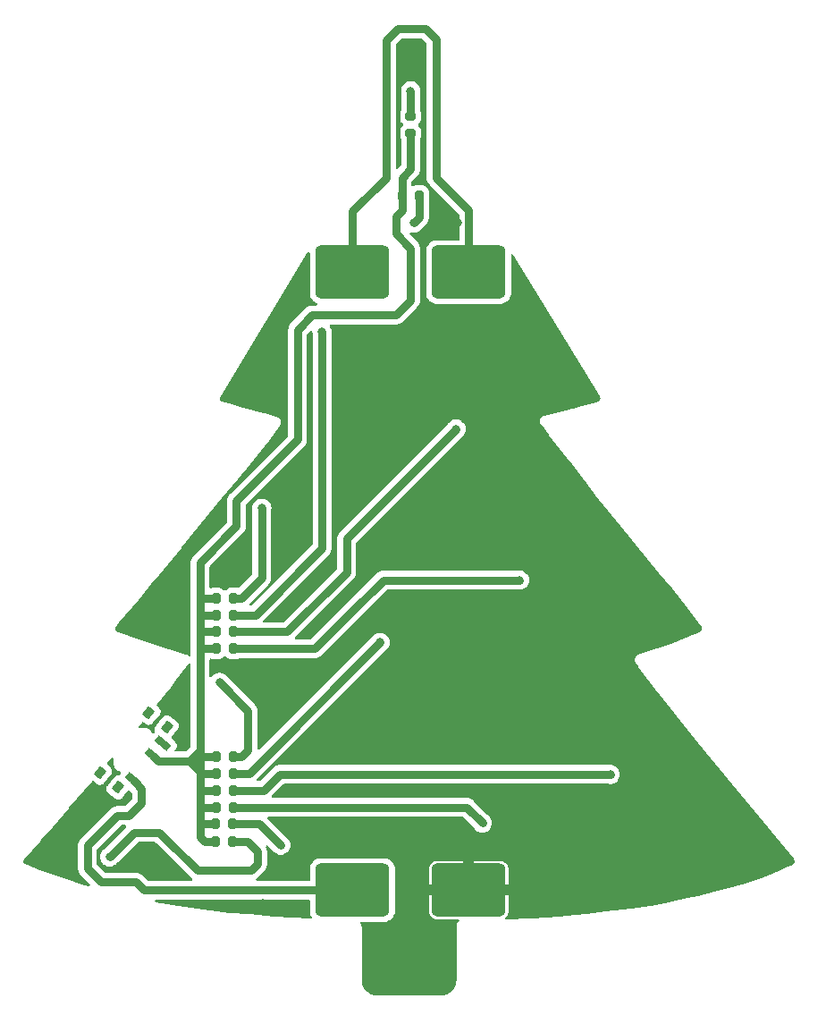
<source format=gbr>
%TF.GenerationSoftware,KiCad,Pcbnew,(6.0.7)*%
%TF.CreationDate,2022-08-02T13:51:54+02:00*%
%TF.ProjectId,LEDChristmasTree-2022,4c454443-6872-4697-9374-6d6173547265,rev?*%
%TF.SameCoordinates,Original*%
%TF.FileFunction,Copper,L2,Bot*%
%TF.FilePolarity,Positive*%
%FSLAX46Y46*%
G04 Gerber Fmt 4.6, Leading zero omitted, Abs format (unit mm)*
G04 Created by KiCad (PCBNEW (6.0.7)) date 2022-08-02 13:51:54*
%MOMM*%
%LPD*%
G01*
G04 APERTURE LIST*
G04 Aperture macros list*
%AMRoundRect*
0 Rectangle with rounded corners*
0 $1 Rounding radius*
0 $2 $3 $4 $5 $6 $7 $8 $9 X,Y pos of 4 corners*
0 Add a 4 corners polygon primitive as box body*
4,1,4,$2,$3,$4,$5,$6,$7,$8,$9,$2,$3,0*
0 Add four circle primitives for the rounded corners*
1,1,$1+$1,$2,$3*
1,1,$1+$1,$4,$5*
1,1,$1+$1,$6,$7*
1,1,$1+$1,$8,$9*
0 Add four rect primitives between the rounded corners*
20,1,$1+$1,$2,$3,$4,$5,0*
20,1,$1+$1,$4,$5,$6,$7,0*
20,1,$1+$1,$6,$7,$8,$9,0*
20,1,$1+$1,$8,$9,$2,$3,0*%
%AMRotRect*
0 Rectangle, with rotation*
0 The origin of the aperture is its center*
0 $1 length*
0 $2 width*
0 $3 Rotation angle, in degrees counterclockwise*
0 Add horizontal line*
21,1,$1,$2,0,0,$3*%
G04 Aperture macros list end*
%TA.AperFunction,SMDPad,CuDef*%
%ADD10RoundRect,0.200000X0.275000X-0.200000X0.275000X0.200000X-0.275000X0.200000X-0.275000X-0.200000X0*%
%TD*%
%TA.AperFunction,SMDPad,CuDef*%
%ADD11RoundRect,0.500000X-3.000000X-2.000000X3.000000X-2.000000X3.000000X2.000000X-3.000000X2.000000X0*%
%TD*%
%TA.AperFunction,SMDPad,CuDef*%
%ADD12RoundRect,0.200000X-0.200000X-0.275000X0.200000X-0.275000X0.200000X0.275000X-0.200000X0.275000X0*%
%TD*%
%TA.AperFunction,SMDPad,CuDef*%
%ADD13RotRect,1.000000X0.800000X51.000000*%
%TD*%
%TA.AperFunction,SMDPad,CuDef*%
%ADD14RotRect,0.700000X1.500000X51.000000*%
%TD*%
%TA.AperFunction,ViaPad*%
%ADD15C,0.800000*%
%TD*%
%TA.AperFunction,Conductor*%
%ADD16C,0.762000*%
%TD*%
G04 APERTURE END LIST*
D10*
%TO.P,R11,1*%
%TO.N,Net-(R1-Pad1)*%
X143600000Y-57625000D03*
%TO.P,R11,2*%
%TO.N,Net-(D9-Pad2)*%
X143600000Y-55975000D03*
%TD*%
D11*
%TO.P,BT1,1,-*%
%TO.N,GND*%
X149100000Y-129250000D03*
%TO.P,BT1,2*%
%TO.N,unconnected-(BT1-Pad2)*%
X149100000Y-70750000D03*
X138100000Y-70750000D03*
%TO.P,BT1,3,+*%
%TO.N,Net-(BT1-Pad3)*%
X138100000Y-129250000D03*
%TD*%
D12*
%TO.P,R3,1*%
%TO.N,Net-(R1-Pad1)*%
X125100000Y-123000000D03*
%TO.P,R3,2*%
%TO.N,Net-(D3-Pad2)*%
X126750000Y-123000000D03*
%TD*%
%TO.P,R12,1*%
%TO.N,Net-(R1-Pad1)*%
X125175000Y-116600000D03*
%TO.P,R12,2*%
%TO.N,Net-(D12-Pad2)*%
X126825000Y-116600000D03*
%TD*%
%TO.P,R5,1*%
%TO.N,Net-(R1-Pad1)*%
X125175000Y-121400000D03*
%TO.P,R5,2*%
%TO.N,Net-(D5-Pad2)*%
X126825000Y-121400000D03*
%TD*%
%TO.P,R7,1*%
%TO.N,Net-(R1-Pad1)*%
X125175000Y-106400000D03*
%TO.P,R7,2*%
%TO.N,Net-(D8-Pad2)*%
X126825000Y-106400000D03*
%TD*%
%TO.P,R9,1*%
%TO.N,Net-(R1-Pad1)*%
X125175000Y-101600000D03*
%TO.P,R9,2*%
%TO.N,Net-(D10-Pad2)*%
X126825000Y-101600000D03*
%TD*%
%TO.P,R2,1*%
%TO.N,Net-(R1-Pad1)*%
X125075000Y-124700000D03*
%TO.P,R2,2*%
%TO.N,Net-(D2-Pad2)*%
X126725000Y-124700000D03*
%TD*%
%TO.P,R4,1*%
%TO.N,Net-(R1-Pad1)*%
X125175000Y-104800000D03*
%TO.P,R4,2*%
%TO.N,Net-(D4-Pad2)*%
X126825000Y-104800000D03*
%TD*%
D13*
%TO.P,SW1,*%
%TO.N,*%
X114191662Y-118136655D03*
X118785701Y-112463489D03*
X115909154Y-119527453D03*
X120503193Y-113854287D03*
D14*
%TO.P,SW1,1,A*%
%TO.N,Net-(BT1-Pad3)*%
X117295348Y-118848507D03*
%TO.P,SW1,2,B*%
%TO.N,Net-(R1-Pad1)*%
X119183309Y-116517069D03*
%TO.P,SW1,3,C*%
%TO.N,unconnected-(SW1-Pad3)*%
X120127290Y-115351350D03*
%TD*%
D12*
%TO.P,R1,1*%
%TO.N,Net-(R1-Pad1)*%
X125175000Y-118200000D03*
%TO.P,R1,2*%
%TO.N,Net-(D1-Pad2)*%
X126825000Y-118200000D03*
%TD*%
%TO.P,R10,1*%
%TO.N,Net-(R1-Pad1)*%
X142775000Y-63500000D03*
%TO.P,R10,2*%
%TO.N,Net-(D6-Pad2)*%
X144425000Y-63500000D03*
%TD*%
%TO.P,R8,1*%
%TO.N,Net-(R1-Pad1)*%
X125175000Y-103200000D03*
%TO.P,R8,2*%
%TO.N,Net-(D11-Pad2)*%
X126825000Y-103200000D03*
%TD*%
%TO.P,R6,1*%
%TO.N,Net-(R1-Pad1)*%
X125175000Y-119800000D03*
%TO.P,R6,2*%
%TO.N,Net-(D7-Pad2)*%
X126825000Y-119800000D03*
%TD*%
D15*
%TO.N,GND*%
X143600000Y-49200000D03*
X121900000Y-111400000D03*
X166900000Y-118300000D03*
X152000000Y-74700000D03*
X119400000Y-126100000D03*
X135700000Y-125000000D03*
X132900000Y-73500000D03*
X154800000Y-122900000D03*
X133800000Y-93100000D03*
X143690000Y-124420000D03*
X151300000Y-96500000D03*
X148100000Y-66100000D03*
X152300000Y-85600000D03*
X171200000Y-121200000D03*
X157400000Y-115800000D03*
X141400000Y-110300000D03*
X110100000Y-125900000D03*
X159100000Y-126400000D03*
X149600000Y-90600000D03*
X143000000Y-84800000D03*
X129800000Y-109600000D03*
X145100000Y-105800000D03*
X130900000Y-90500000D03*
X159600000Y-105800000D03*
X158300000Y-99900000D03*
X139600000Y-76400000D03*
X140000000Y-79700000D03*
X129600000Y-130500000D03*
%TO.N,Net-(D2-Pad2)*%
X115100000Y-126100000D03*
%TO.N,Net-(D3-Pad2)*%
X131300000Y-125000000D03*
%TO.N,Net-(D1-Pad2)*%
X140700000Y-105800000D03*
%TO.N,Net-(D4-Pad2)*%
X147900000Y-85600000D03*
%TO.N,Net-(D5-Pad2)*%
X150400000Y-122900000D03*
%TO.N,Net-(D6-Pad2)*%
X143900000Y-66100000D03*
%TO.N,Net-(D7-Pad2)*%
X162500000Y-118300000D03*
%TO.N,Net-(D8-Pad2)*%
X153900000Y-99900000D03*
%TO.N,Net-(D9-Pad2)*%
X143600000Y-53600000D03*
%TO.N,Net-(D10-Pad2)*%
X129500000Y-93100000D03*
%TO.N,Net-(D11-Pad2)*%
X135200000Y-76400000D03*
%TO.N,Net-(D12-Pad2)*%
X125500000Y-109600000D03*
%TD*%
D16*
%TO.N,unconnected-(BT1-Pad2)*%
X142400000Y-47700000D02*
X141300000Y-48800000D01*
X141300000Y-48800000D02*
X141300000Y-61800000D01*
X149100000Y-70750000D02*
X149100000Y-64900000D01*
X149100000Y-64900000D02*
X146000000Y-61800000D01*
X146000000Y-61800000D02*
X146000000Y-48700000D01*
X138100000Y-65000000D02*
X138100000Y-70750000D01*
X141300000Y-61800000D02*
X138100000Y-65000000D01*
X146000000Y-48700000D02*
X145000000Y-47700000D01*
X145000000Y-47700000D02*
X142400000Y-47700000D01*
%TO.N,Net-(BT1-Pad3)*%
X113000000Y-127200000D02*
X113000000Y-125000000D01*
X117600000Y-128500000D02*
X114300000Y-128500000D01*
X118100000Y-119653159D02*
X117295348Y-118848507D01*
X118350000Y-129250000D02*
X117600000Y-128500000D01*
X113000000Y-125000000D02*
X115800000Y-122200000D01*
X114300000Y-128500000D02*
X113000000Y-127200000D01*
X118100000Y-121000000D02*
X118100000Y-119653159D01*
X115800000Y-122200000D02*
X116900000Y-122200000D01*
X138100000Y-129250000D02*
X118350000Y-129250000D01*
X116900000Y-122200000D02*
X118100000Y-121000000D01*
%TO.N,Net-(R1-Pad1)*%
X143600000Y-68500000D02*
X143600000Y-73400000D01*
X123666240Y-104566240D02*
X123666240Y-106333760D01*
X143600000Y-57625000D02*
X143600000Y-61000000D01*
X122566240Y-117033760D02*
X123666240Y-117033760D01*
X123900000Y-119800000D02*
X123666240Y-120033760D01*
X122666240Y-117033760D02*
X122566240Y-117033760D01*
X132900000Y-86600000D02*
X127100000Y-92400000D01*
X123666240Y-116033760D02*
X122666240Y-117033760D01*
X123700000Y-123000000D02*
X123666240Y-122966240D01*
X123666240Y-101733760D02*
X123666240Y-103066240D01*
X127100000Y-92400000D02*
X127100000Y-94800000D01*
X123700000Y-118200000D02*
X123666240Y-118166240D01*
X123800000Y-116600000D02*
X123666240Y-116466240D01*
X125175000Y-101600000D02*
X123800000Y-101600000D01*
X123666240Y-121000000D02*
X123666240Y-121466240D01*
X125175000Y-119800000D02*
X123900000Y-119800000D01*
X123666240Y-106333760D02*
X123666240Y-107333760D01*
X123666240Y-120033760D02*
X123666240Y-121000000D01*
X125175000Y-118200000D02*
X123700000Y-118200000D01*
X142775000Y-61825000D02*
X142775000Y-63500000D01*
X125175000Y-121400000D02*
X123732480Y-121400000D01*
X142775000Y-64925000D02*
X142200000Y-65500000D01*
X123800000Y-103200000D02*
X123666240Y-103066240D01*
X125100000Y-123000000D02*
X123700000Y-123000000D01*
X142200000Y-65500000D02*
X142200000Y-67100000D01*
X124100000Y-124700000D02*
X125075000Y-124700000D01*
X123666240Y-117033760D02*
X123666240Y-118166240D01*
X125175000Y-103200000D02*
X123800000Y-103200000D01*
X142200000Y-74800000D02*
X134300000Y-74800000D01*
X123666240Y-122966240D02*
X123666240Y-124266240D01*
X123800000Y-101600000D02*
X123666240Y-101733760D01*
X123666240Y-124266240D02*
X124100000Y-124700000D01*
X123666240Y-118166240D02*
X123666240Y-118733760D01*
X123666240Y-116033760D02*
X123666240Y-116466240D01*
X123666240Y-121466240D02*
X123666240Y-122966240D01*
X143600000Y-73400000D02*
X142200000Y-74800000D01*
X123732480Y-106400000D02*
X123666240Y-106333760D01*
X134300000Y-74800000D02*
X132900000Y-76200000D01*
X123666240Y-116466240D02*
X123666240Y-117033760D01*
X125175000Y-116600000D02*
X123800000Y-116600000D01*
X123666240Y-103066240D02*
X123666240Y-104566240D01*
X143600000Y-61000000D02*
X142775000Y-61825000D01*
X123666240Y-118166240D02*
X123666240Y-118033760D01*
X119183309Y-116517069D02*
X119700000Y-117033760D01*
X123900000Y-104800000D02*
X123666240Y-104566240D01*
X125175000Y-106400000D02*
X123732480Y-106400000D01*
X132900000Y-76200000D02*
X132900000Y-86600000D01*
X123666240Y-107333760D02*
X123666240Y-116033760D01*
X119700000Y-117033760D02*
X122566240Y-117033760D01*
X142775000Y-63500000D02*
X142775000Y-64925000D01*
X142200000Y-67100000D02*
X143600000Y-68500000D01*
X125175000Y-104800000D02*
X123900000Y-104800000D01*
X123666240Y-118733760D02*
X123666240Y-120033760D01*
X127100000Y-94800000D02*
X123666240Y-98233760D01*
X123666240Y-98233760D02*
X123666240Y-101733760D01*
X123732480Y-121400000D02*
X123666240Y-121466240D01*
X123666240Y-118033760D02*
X122666240Y-117033760D01*
%TO.N,Net-(D2-Pad2)*%
X129100000Y-125600000D02*
X129100000Y-126800000D01*
X128200000Y-124700000D02*
X129100000Y-125600000D01*
X119800000Y-123800000D02*
X117400000Y-123800000D01*
X117400000Y-123800000D02*
X115100000Y-126100000D01*
X120200000Y-124200000D02*
X119800000Y-123800000D01*
X128500000Y-127400000D02*
X123400000Y-127400000D01*
X126725000Y-124700000D02*
X128200000Y-124700000D01*
X123400000Y-127400000D02*
X120200000Y-124200000D01*
X129100000Y-126800000D02*
X128500000Y-127400000D01*
%TO.N,Net-(D3-Pad2)*%
X129300000Y-123000000D02*
X131300000Y-125000000D01*
X126750000Y-123000000D02*
X129300000Y-123000000D01*
%TO.N,Net-(D1-Pad2)*%
X126825000Y-118200000D02*
X128300000Y-118200000D01*
X128300000Y-118200000D02*
X140700000Y-105800000D01*
%TO.N,Net-(D4-Pad2)*%
X137550000Y-99150000D02*
X137550000Y-95950000D01*
X131900000Y-104800000D02*
X137550000Y-99150000D01*
X137550000Y-95950000D02*
X147900000Y-85600000D01*
X126825000Y-104800000D02*
X131900000Y-104800000D01*
%TO.N,Net-(D5-Pad2)*%
X148900000Y-121400000D02*
X150400000Y-122900000D01*
X126825000Y-121400000D02*
X148900000Y-121400000D01*
%TO.N,Net-(D6-Pad2)*%
X144425000Y-65575000D02*
X143900000Y-66100000D01*
X144425000Y-63500000D02*
X144425000Y-65575000D01*
%TO.N,Net-(D7-Pad2)*%
X131200000Y-118300000D02*
X162500000Y-118300000D01*
X126825000Y-119800000D02*
X129700000Y-119800000D01*
X129700000Y-119800000D02*
X131200000Y-118300000D01*
%TO.N,Net-(D8-Pad2)*%
X141000000Y-99900000D02*
X153900000Y-99900000D01*
X137900000Y-103000000D02*
X141000000Y-99900000D01*
X134500000Y-106400000D02*
X137900000Y-103000000D01*
X126825000Y-106400000D02*
X134500000Y-106400000D01*
%TO.N,Net-(D9-Pad2)*%
X143600000Y-55975000D02*
X143600000Y-53600000D01*
%TO.N,Net-(D10-Pad2)*%
X129500000Y-99700000D02*
X129500000Y-93100000D01*
X126825000Y-101600000D02*
X127600000Y-101600000D01*
X127600000Y-101600000D02*
X129500000Y-99700000D01*
%TO.N,Net-(D11-Pad2)*%
X126825000Y-103200000D02*
X128900000Y-103200000D01*
X128900000Y-103200000D02*
X135200000Y-96900000D01*
X135200000Y-96900000D02*
X135200000Y-76400000D01*
%TO.N,Net-(D12-Pad2)*%
X128200000Y-116000000D02*
X128200000Y-112300000D01*
X127600000Y-116600000D02*
X128200000Y-116000000D01*
X126825000Y-116600000D02*
X127600000Y-116600000D01*
X128200000Y-112300000D02*
X125500000Y-109600000D01*
%TD*%
%TA.AperFunction,Conductor*%
%TO.N,GND*%
G36*
X144647488Y-48609502D02*
G01*
X144668462Y-48626405D01*
X145073595Y-49031538D01*
X145107621Y-49093850D01*
X145110500Y-49120633D01*
X145110500Y-61720075D01*
X145108949Y-61739785D01*
X145106826Y-61753190D01*
X145107171Y-61759778D01*
X145107171Y-61759782D01*
X145110327Y-61819999D01*
X145110500Y-61826593D01*
X145110500Y-61846620D01*
X145110844Y-61849891D01*
X145110844Y-61849895D01*
X145112593Y-61866539D01*
X145113110Y-61873113D01*
X145116611Y-61939915D01*
X145118320Y-61946292D01*
X145118320Y-61946293D01*
X145120124Y-61953023D01*
X145123728Y-61972470D01*
X145125145Y-61985956D01*
X145127187Y-61992240D01*
X145145818Y-62049582D01*
X145147691Y-62055906D01*
X145165006Y-62120524D01*
X145171167Y-62132616D01*
X145178730Y-62150875D01*
X145182925Y-62163785D01*
X145200048Y-62193443D01*
X145216376Y-62221724D01*
X145219523Y-62227520D01*
X145249893Y-62287125D01*
X145254050Y-62292258D01*
X145258432Y-62297670D01*
X145269625Y-62313955D01*
X145273116Y-62320002D01*
X145273119Y-62320005D01*
X145276415Y-62325715D01*
X145280827Y-62330615D01*
X145280830Y-62330619D01*
X145321175Y-62375425D01*
X145325463Y-62380446D01*
X145338063Y-62396006D01*
X145352210Y-62410153D01*
X145356751Y-62414937D01*
X145401530Y-62464669D01*
X145412518Y-62472652D01*
X145427546Y-62485489D01*
X148173595Y-65231538D01*
X148207621Y-65293850D01*
X148210500Y-65320633D01*
X148210500Y-67615500D01*
X148190498Y-67683621D01*
X148136842Y-67730114D01*
X148084500Y-67741500D01*
X146003672Y-67741500D01*
X145997592Y-67741808D01*
X145993005Y-67742733D01*
X145993004Y-67742733D01*
X145809755Y-67779682D01*
X145809752Y-67779683D01*
X145803716Y-67780900D01*
X145621127Y-67856905D01*
X145616008Y-67860332D01*
X145616004Y-67860334D01*
X145461901Y-67963496D01*
X145461896Y-67963500D01*
X145456777Y-67966927D01*
X145316927Y-68106777D01*
X145313500Y-68111896D01*
X145313496Y-68111901D01*
X145210334Y-68266004D01*
X145210332Y-68266008D01*
X145206905Y-68271127D01*
X145130900Y-68453716D01*
X145129683Y-68459752D01*
X145129682Y-68459755D01*
X145092733Y-68643004D01*
X145091808Y-68647592D01*
X145091500Y-68653672D01*
X145091500Y-72846328D01*
X145091808Y-72852408D01*
X145092733Y-72856995D01*
X145092733Y-72856996D01*
X145127931Y-73031557D01*
X145130900Y-73046284D01*
X145206905Y-73228873D01*
X145210332Y-73233992D01*
X145210334Y-73233996D01*
X145313496Y-73388099D01*
X145313500Y-73388104D01*
X145316927Y-73393223D01*
X145456777Y-73533073D01*
X145461896Y-73536500D01*
X145461901Y-73536504D01*
X145616004Y-73639666D01*
X145616008Y-73639668D01*
X145621127Y-73643095D01*
X145803716Y-73719100D01*
X145809752Y-73720317D01*
X145809755Y-73720318D01*
X145961313Y-73750877D01*
X145997592Y-73758192D01*
X146003672Y-73758500D01*
X152196328Y-73758500D01*
X152202408Y-73758192D01*
X152238687Y-73750877D01*
X152390245Y-73720318D01*
X152390248Y-73720317D01*
X152396284Y-73719100D01*
X152578873Y-73643095D01*
X152583992Y-73639668D01*
X152583996Y-73639666D01*
X152738099Y-73536504D01*
X152738104Y-73536500D01*
X152743223Y-73533073D01*
X152883073Y-73393223D01*
X152886500Y-73388104D01*
X152886504Y-73388099D01*
X152989666Y-73233996D01*
X152989668Y-73233992D01*
X152993095Y-73228873D01*
X153069100Y-73046284D01*
X153072070Y-73031557D01*
X153107267Y-72856996D01*
X153107267Y-72856995D01*
X153108192Y-72852408D01*
X153108500Y-72846328D01*
X153108500Y-69182045D01*
X153128502Y-69113924D01*
X153182158Y-69067431D01*
X153252432Y-69057327D01*
X153317012Y-69086821D01*
X153342057Y-69116414D01*
X156045113Y-73546293D01*
X161505533Y-82495053D01*
X161515666Y-82515685D01*
X161520996Y-82529626D01*
X161526429Y-82536778D01*
X161530788Y-82544618D01*
X161530497Y-82544780D01*
X161541079Y-82563417D01*
X161544823Y-82572705D01*
X161554667Y-82597129D01*
X161555403Y-82598956D01*
X161563775Y-82632217D01*
X161569745Y-82686234D01*
X161568839Y-82720513D01*
X161560024Y-82774139D01*
X161549908Y-82806907D01*
X161526958Y-82856173D01*
X161508382Y-82884999D01*
X161472996Y-82926253D01*
X161447342Y-82948996D01*
X161417673Y-82968810D01*
X161401370Y-82978022D01*
X161399728Y-82978795D01*
X161391147Y-82981429D01*
X161386682Y-82984369D01*
X161381177Y-82986577D01*
X161149107Y-83064276D01*
X161144899Y-83065604D01*
X159826658Y-83456194D01*
X159818196Y-83458385D01*
X158975937Y-83645554D01*
X158968522Y-83646757D01*
X158968528Y-83646790D01*
X158963742Y-83647661D01*
X158958900Y-83648161D01*
X158954196Y-83649399D01*
X158954190Y-83649400D01*
X158932418Y-83655129D01*
X158927689Y-83656276D01*
X158923689Y-83657165D01*
X158904047Y-83661530D01*
X158899857Y-83663112D01*
X158897182Y-83663909D01*
X158888395Y-83666715D01*
X157977840Y-83906334D01*
X157974958Y-83907057D01*
X156966532Y-84147158D01*
X156953973Y-84149428D01*
X156953222Y-84149581D01*
X156948394Y-84150182D01*
X156943726Y-84151516D01*
X156943715Y-84151518D01*
X156923905Y-84157179D01*
X156918469Y-84158602D01*
X156901075Y-84162743D01*
X156901067Y-84162745D01*
X156896701Y-84163785D01*
X156891728Y-84165748D01*
X156880089Y-84169698D01*
X156579251Y-84255652D01*
X156279962Y-84341163D01*
X156268823Y-84343805D01*
X156263254Y-84344861D01*
X156254286Y-84345266D01*
X156245790Y-84348173D01*
X156245789Y-84348173D01*
X156200066Y-84363817D01*
X156193891Y-84365754D01*
X156179511Y-84369862D01*
X156179495Y-84369868D01*
X156175196Y-84371096D01*
X156171108Y-84372924D01*
X156171106Y-84372925D01*
X156168723Y-84373991D01*
X156158090Y-84378179D01*
X156116471Y-84392418D01*
X156107310Y-84398878D01*
X156086147Y-84410920D01*
X156084102Y-84411835D01*
X156084099Y-84411837D01*
X156075901Y-84415503D01*
X156069064Y-84421321D01*
X156069062Y-84421322D01*
X156042408Y-84444003D01*
X156033362Y-84451017D01*
X156004768Y-84471179D01*
X155997429Y-84476354D01*
X155990486Y-84485079D01*
X155990446Y-84485129D01*
X155973510Y-84502631D01*
X155964970Y-84509898D01*
X155951898Y-84529795D01*
X155940829Y-84546643D01*
X155934116Y-84555914D01*
X155906731Y-84590327D01*
X155903339Y-84598634D01*
X155902495Y-84600702D01*
X155891149Y-84622260D01*
X155884991Y-84631633D01*
X155882365Y-84640220D01*
X155872129Y-84673689D01*
X155868293Y-84684458D01*
X155851667Y-84725176D01*
X155850743Y-84734101D01*
X155850742Y-84734104D01*
X155850512Y-84736328D01*
X155845674Y-84760196D01*
X155842393Y-84770923D01*
X155841927Y-84808882D01*
X155841853Y-84814889D01*
X155841194Y-84826310D01*
X155836663Y-84870058D01*
X155838686Y-84881092D01*
X155840740Y-84905352D01*
X155840602Y-84916570D01*
X155843015Y-84925216D01*
X155843016Y-84925221D01*
X155852425Y-84958930D01*
X155854999Y-84970085D01*
X155862926Y-85013329D01*
X155866958Y-85021349D01*
X155866959Y-85021353D01*
X155867962Y-85023349D01*
X155876745Y-85046059D01*
X155879761Y-85056865D01*
X155899922Y-85089260D01*
X155902996Y-85094200D01*
X155908595Y-85104182D01*
X155913191Y-85113324D01*
X155924136Y-85128647D01*
X155928553Y-85135265D01*
X155956723Y-85180530D01*
X155963414Y-85186514D01*
X155969190Y-85193386D01*
X155968873Y-85193653D01*
X155977225Y-85202972D01*
X155997408Y-85231228D01*
X156667534Y-86169405D01*
X156674331Y-86180003D01*
X156675759Y-86182495D01*
X156678182Y-86186724D01*
X156689796Y-86201242D01*
X156692116Y-86204142D01*
X156696252Y-86209612D01*
X156704836Y-86221628D01*
X156707439Y-86225272D01*
X156713363Y-86231475D01*
X156720619Y-86239771D01*
X158376798Y-88309995D01*
X158896745Y-88959929D01*
X158899156Y-88963041D01*
X159919930Y-90324073D01*
X159920897Y-90325460D01*
X159921735Y-90327002D01*
X159937494Y-90347652D01*
X159944109Y-90356321D01*
X159944741Y-90357156D01*
X159962419Y-90380725D01*
X159965108Y-90384310D01*
X159966346Y-90385547D01*
X159967435Y-90386885D01*
X161372533Y-92228049D01*
X161376320Y-92233678D01*
X161376416Y-92233611D01*
X161379208Y-92237609D01*
X161381675Y-92241797D01*
X161384757Y-92245555D01*
X161384758Y-92245557D01*
X161399748Y-92263837D01*
X161402481Y-92267292D01*
X161415189Y-92283945D01*
X161415202Y-92283960D01*
X161417919Y-92287520D01*
X161421116Y-92290661D01*
X161424087Y-92294028D01*
X161424056Y-92294056D01*
X161428647Y-92299079D01*
X163431843Y-94742001D01*
X163432061Y-94742288D01*
X163432291Y-94742678D01*
X163457136Y-94772847D01*
X163479946Y-94800664D01*
X163480277Y-94800967D01*
X163480530Y-94801255D01*
X167136295Y-99240398D01*
X168354610Y-100719780D01*
X168355736Y-100721167D01*
X169549050Y-102212808D01*
X169550573Y-102214751D01*
X171104205Y-104236753D01*
X171114856Y-104253091D01*
X171126287Y-104274005D01*
X171132628Y-104280356D01*
X171138007Y-104287543D01*
X171137669Y-104287796D01*
X171150631Y-104304869D01*
X171172971Y-104344418D01*
X171173748Y-104345794D01*
X171186626Y-104378636D01*
X171201083Y-104439493D01*
X171204351Y-104474618D01*
X171201368Y-104537095D01*
X171194767Y-104571756D01*
X171174579Y-104630953D01*
X171158628Y-104662421D01*
X171122820Y-104713699D01*
X171098769Y-104739511D01*
X171064522Y-104767220D01*
X171048698Y-104778137D01*
X171047294Y-104778955D01*
X171038977Y-104782328D01*
X171031941Y-104787900D01*
X171028342Y-104789997D01*
X171011308Y-104800836D01*
X170916393Y-104848292D01*
X170547341Y-105032810D01*
X170537334Y-105037280D01*
X168432059Y-105869597D01*
X168424431Y-105872332D01*
X166931167Y-106354031D01*
X166925137Y-106355811D01*
X166922901Y-106356411D01*
X166918117Y-106357305D01*
X166913536Y-106358922D01*
X166913524Y-106358925D01*
X166888907Y-106367614D01*
X166885694Y-106368700D01*
X166859139Y-106377266D01*
X166855103Y-106379237D01*
X166851511Y-106380685D01*
X166846343Y-106382637D01*
X165202634Y-106962770D01*
X165194081Y-106965450D01*
X165187886Y-106967151D01*
X165153762Y-106976522D01*
X165153761Y-106976522D01*
X165145107Y-106978899D01*
X165102271Y-107005309D01*
X165094517Y-107009717D01*
X165057879Y-107028862D01*
X165057874Y-107028866D01*
X165049926Y-107033019D01*
X165043462Y-107039237D01*
X165036170Y-107044485D01*
X165036098Y-107044384D01*
X165035577Y-107044787D01*
X165035657Y-107044883D01*
X165028759Y-107050631D01*
X165021120Y-107055341D01*
X165015110Y-107062006D01*
X165015108Y-107062007D01*
X164987428Y-107092700D01*
X164981214Y-107099118D01*
X164951421Y-107127779D01*
X164951419Y-107127782D01*
X164944955Y-107134000D01*
X164940494Y-107141787D01*
X164934973Y-107148864D01*
X164934875Y-107148787D01*
X164934488Y-107149322D01*
X164934591Y-107149391D01*
X164929585Y-107156842D01*
X164923572Y-107163510D01*
X164902982Y-107206209D01*
X164901727Y-107208811D01*
X164897561Y-107216720D01*
X164877009Y-107252591D01*
X164877007Y-107252596D01*
X164872545Y-107260384D01*
X164870448Y-107269113D01*
X164867136Y-107277452D01*
X164867021Y-107277406D01*
X164866799Y-107278028D01*
X164866917Y-107278065D01*
X164864203Y-107286624D01*
X164860304Y-107294710D01*
X164853946Y-107332934D01*
X164852051Y-107344326D01*
X164850276Y-107353072D01*
X164845066Y-107374754D01*
X164841516Y-107389531D01*
X164838517Y-107402011D01*
X164838954Y-107410976D01*
X164838115Y-107419915D01*
X164837992Y-107419903D01*
X164837954Y-107420560D01*
X164838078Y-107420563D01*
X164837875Y-107429542D01*
X164836403Y-107438393D01*
X164837474Y-107447302D01*
X164837474Y-107447306D01*
X164842405Y-107488320D01*
X164843157Y-107497225D01*
X164845607Y-107547496D01*
X164848543Y-107555980D01*
X164850246Y-107564789D01*
X164850124Y-107564813D01*
X164850273Y-107565461D01*
X164850394Y-107565429D01*
X164852718Y-107574099D01*
X164853789Y-107583009D01*
X164857317Y-107591258D01*
X164857318Y-107591263D01*
X164873572Y-107629270D01*
X164876791Y-107637603D01*
X164893245Y-107685144D01*
X164922192Y-107725890D01*
X164924960Y-107729787D01*
X164929080Y-107735965D01*
X165035673Y-107906514D01*
X165156170Y-108099309D01*
X165160770Y-108107307D01*
X165168414Y-108121800D01*
X165176701Y-108132936D01*
X165182442Y-108141342D01*
X165188145Y-108150467D01*
X165199264Y-108163646D01*
X165204030Y-108169659D01*
X166769702Y-110273531D01*
X166773714Y-110279635D01*
X166773761Y-110279603D01*
X166776511Y-110283622D01*
X166778942Y-110287839D01*
X166781991Y-110291630D01*
X166781992Y-110291631D01*
X166796271Y-110309383D01*
X166799171Y-110313131D01*
X166811176Y-110329262D01*
X166811180Y-110329267D01*
X166813863Y-110332872D01*
X166817030Y-110336060D01*
X166819539Y-110338974D01*
X166824835Y-110344895D01*
X170479600Y-114888657D01*
X170481184Y-114890763D01*
X170482471Y-114892935D01*
X170485570Y-114896693D01*
X170505235Y-114920542D01*
X170506202Y-114921730D01*
X170509752Y-114926143D01*
X170526655Y-114947158D01*
X170528496Y-114948877D01*
X170530266Y-114950900D01*
X171624639Y-116278118D01*
X179869185Y-126276823D01*
X179882540Y-126296562D01*
X179884356Y-126299886D01*
X179884358Y-126299889D01*
X179888660Y-126307762D01*
X179895000Y-126314112D01*
X179900380Y-126321303D01*
X179900042Y-126321556D01*
X179913002Y-126338627D01*
X179921987Y-126354536D01*
X179936107Y-126379539D01*
X179948984Y-126412386D01*
X179962301Y-126468462D01*
X179963431Y-126473222D01*
X179966696Y-126508353D01*
X179963709Y-126570809D01*
X179957106Y-126605468D01*
X179936920Y-126664646D01*
X179920967Y-126696115D01*
X179885163Y-126747379D01*
X179861112Y-126773189D01*
X179826199Y-126801434D01*
X179810372Y-126812351D01*
X179809722Y-126812730D01*
X179801400Y-126816104D01*
X179794817Y-126821316D01*
X179784933Y-126826422D01*
X179137980Y-127120075D01*
X178449577Y-127432541D01*
X178445675Y-127434233D01*
X177023757Y-128022612D01*
X177016446Y-128025375D01*
X175301720Y-128613282D01*
X175295059Y-128615362D01*
X173369704Y-129158410D01*
X173366623Y-129159237D01*
X172318505Y-129426405D01*
X170834523Y-129804675D01*
X170830510Y-129805628D01*
X169801651Y-130031977D01*
X168346692Y-130352068D01*
X168344330Y-130352564D01*
X167690062Y-130483418D01*
X166370978Y-130747235D01*
X166362727Y-130748601D01*
X164486541Y-130995467D01*
X164485454Y-130995606D01*
X162041676Y-131294844D01*
X162040435Y-131294988D01*
X160845490Y-131427761D01*
X160249093Y-131494027D01*
X160247013Y-131494241D01*
X159154780Y-131597282D01*
X157606728Y-131743324D01*
X157605032Y-131743472D01*
X155120303Y-131942251D01*
X155115986Y-131942522D01*
X154676229Y-131962510D01*
X152930672Y-132041853D01*
X152929149Y-132041913D01*
X152674358Y-132050406D01*
X152605608Y-132032685D01*
X152557354Y-131980608D01*
X152544914Y-131910709D01*
X152572240Y-131845182D01*
X152580987Y-131835458D01*
X152690580Y-131725674D01*
X152699591Y-131714264D01*
X152784165Y-131577057D01*
X152790313Y-131563874D01*
X152841196Y-131410467D01*
X152844061Y-131397106D01*
X152853672Y-131303296D01*
X152854000Y-131296881D01*
X152854000Y-129768115D01*
X152849525Y-129752876D01*
X152848135Y-129751671D01*
X152840452Y-129750000D01*
X145364115Y-129750000D01*
X145348876Y-129754475D01*
X145347671Y-129755865D01*
X145346000Y-129763548D01*
X145346000Y-131296831D01*
X145346337Y-131303350D01*
X145356198Y-131398384D01*
X145359091Y-131411779D01*
X145410237Y-131565081D01*
X145416403Y-131578245D01*
X145501223Y-131715314D01*
X145510250Y-131726703D01*
X145624326Y-131840580D01*
X145635736Y-131849591D01*
X145772943Y-131934165D01*
X145786126Y-131940313D01*
X145939533Y-131991196D01*
X145952894Y-131994061D01*
X146046704Y-132003672D01*
X146053119Y-132004000D01*
X148079759Y-132004000D01*
X148147880Y-132024002D01*
X148194373Y-132077658D01*
X148204477Y-132147932D01*
X148174983Y-132212512D01*
X148163587Y-132224068D01*
X148150846Y-132235422D01*
X148134254Y-132247916D01*
X148117042Y-132258776D01*
X148093948Y-132284925D01*
X148083346Y-132295574D01*
X148057299Y-132318785D01*
X148052543Y-132326398D01*
X148046511Y-132336052D01*
X148034096Y-132352693D01*
X148026567Y-132361218D01*
X148026563Y-132361224D01*
X148020622Y-132367951D01*
X148016807Y-132376076D01*
X148016806Y-132376078D01*
X148005801Y-132399519D01*
X147998610Y-132412724D01*
X147980122Y-132442316D01*
X147977693Y-132450961D01*
X147974614Y-132461918D01*
X147967365Y-132481385D01*
X147958719Y-132499800D01*
X147954683Y-132525719D01*
X147953353Y-132534263D01*
X147950155Y-132548962D01*
X147947093Y-132559861D01*
X147940719Y-132582543D01*
X147940814Y-132591519D01*
X147941493Y-132655841D01*
X147941500Y-132657171D01*
X147941500Y-137700633D01*
X147940000Y-137720018D01*
X147937690Y-137734851D01*
X147937690Y-137734855D01*
X147936309Y-137743724D01*
X147938136Y-137757693D01*
X147938304Y-137758976D01*
X147939047Y-137784305D01*
X147926962Y-137953279D01*
X147924404Y-137971064D01*
X147906598Y-138052919D01*
X147883001Y-138161392D01*
X147877937Y-138178641D01*
X147809864Y-138361150D01*
X147802396Y-138377502D01*
X147709048Y-138548458D01*
X147699328Y-138563582D01*
X147582598Y-138719514D01*
X147570825Y-138733100D01*
X147433100Y-138870825D01*
X147419514Y-138882598D01*
X147263582Y-138999328D01*
X147248458Y-139009048D01*
X147077502Y-139102396D01*
X147061150Y-139109864D01*
X146878641Y-139177937D01*
X146861393Y-139183001D01*
X146671064Y-139224404D01*
X146653285Y-139226961D01*
X146491395Y-139238540D01*
X146473435Y-139237793D01*
X146465155Y-139237692D01*
X146456276Y-139236309D01*
X146424714Y-139240436D01*
X146408379Y-139241500D01*
X140499367Y-139241500D01*
X140479982Y-139240000D01*
X140465149Y-139237690D01*
X140465145Y-139237690D01*
X140456276Y-139236309D01*
X140441019Y-139238304D01*
X140415698Y-139239047D01*
X140246715Y-139226961D01*
X140228936Y-139224404D01*
X140038607Y-139183001D01*
X140021359Y-139177937D01*
X139838850Y-139109864D01*
X139822498Y-139102396D01*
X139651542Y-139009048D01*
X139636418Y-138999328D01*
X139480486Y-138882598D01*
X139466900Y-138870825D01*
X139329175Y-138733100D01*
X139317402Y-138719514D01*
X139200672Y-138563582D01*
X139190952Y-138548458D01*
X139097604Y-138377502D01*
X139090136Y-138361150D01*
X139022063Y-138178641D01*
X139016999Y-138161392D01*
X138993402Y-138052919D01*
X138975596Y-137971064D01*
X138973038Y-137953278D01*
X138961719Y-137795012D01*
X138962805Y-137772245D01*
X138962334Y-137772203D01*
X138962770Y-137767345D01*
X138963576Y-137762552D01*
X138963729Y-137750000D01*
X138959773Y-137722376D01*
X138958500Y-137704514D01*
X138958500Y-132770951D01*
X138958758Y-132762890D01*
X138961584Y-132718812D01*
X138961584Y-132718809D01*
X138962158Y-132709852D01*
X138951658Y-132662999D01*
X138949889Y-132653358D01*
X138943080Y-132605813D01*
X138939364Y-132597640D01*
X138938021Y-132593048D01*
X138933973Y-132580977D01*
X138932266Y-132576479D01*
X138930303Y-132567720D01*
X138925959Y-132559861D01*
X138907087Y-132525719D01*
X138902660Y-132516916D01*
X138899324Y-132509578D01*
X138882792Y-132473218D01*
X138876931Y-132466416D01*
X138874354Y-132462387D01*
X138863306Y-132446517D01*
X138862726Y-132445466D01*
X138847269Y-132376174D01*
X138871729Y-132309524D01*
X138928340Y-132266678D01*
X138972994Y-132258500D01*
X141196328Y-132258500D01*
X141202408Y-132258192D01*
X141253372Y-132247916D01*
X141390245Y-132220318D01*
X141390248Y-132220317D01*
X141396284Y-132219100D01*
X141578873Y-132143095D01*
X141583992Y-132139668D01*
X141583996Y-132139666D01*
X141738099Y-132036504D01*
X141738104Y-132036500D01*
X141743223Y-132033073D01*
X141883073Y-131893223D01*
X141886500Y-131888104D01*
X141886504Y-131888099D01*
X141989666Y-131733996D01*
X141989668Y-131733992D01*
X141993095Y-131728873D01*
X142069100Y-131546284D01*
X142099180Y-131397106D01*
X142107267Y-131356996D01*
X142107267Y-131356995D01*
X142108192Y-131352408D01*
X142108500Y-131346328D01*
X142108500Y-128731885D01*
X145346000Y-128731885D01*
X145350475Y-128747124D01*
X145351865Y-128748329D01*
X145359548Y-128750000D01*
X148581885Y-128750000D01*
X148597124Y-128745525D01*
X148598329Y-128744135D01*
X148600000Y-128736452D01*
X148600000Y-128731885D01*
X149600000Y-128731885D01*
X149604475Y-128747124D01*
X149605865Y-128748329D01*
X149613548Y-128750000D01*
X152835885Y-128750000D01*
X152851124Y-128745525D01*
X152852329Y-128744135D01*
X152854000Y-128736452D01*
X152854000Y-127203169D01*
X152853663Y-127196650D01*
X152843802Y-127101616D01*
X152840909Y-127088221D01*
X152789763Y-126934919D01*
X152783597Y-126921755D01*
X152698777Y-126784686D01*
X152689750Y-126773297D01*
X152575674Y-126659420D01*
X152564264Y-126650409D01*
X152427057Y-126565835D01*
X152413874Y-126559687D01*
X152260467Y-126508804D01*
X152247106Y-126505939D01*
X152153296Y-126496328D01*
X152146881Y-126496000D01*
X149618115Y-126496000D01*
X149602876Y-126500475D01*
X149601671Y-126501865D01*
X149600000Y-126509548D01*
X149600000Y-128731885D01*
X148600000Y-128731885D01*
X148600000Y-126514115D01*
X148595525Y-126498876D01*
X148594135Y-126497671D01*
X148586452Y-126496000D01*
X146053169Y-126496000D01*
X146046650Y-126496337D01*
X145951616Y-126506198D01*
X145938221Y-126509091D01*
X145784919Y-126560237D01*
X145771755Y-126566403D01*
X145634686Y-126651223D01*
X145623297Y-126660250D01*
X145509420Y-126774326D01*
X145500409Y-126785736D01*
X145415835Y-126922943D01*
X145409687Y-126936126D01*
X145358804Y-127089533D01*
X145355939Y-127102894D01*
X145346328Y-127196704D01*
X145346000Y-127203119D01*
X145346000Y-128731885D01*
X142108500Y-128731885D01*
X142108500Y-127153672D01*
X142108192Y-127147592D01*
X142105173Y-127132621D01*
X142070318Y-126959755D01*
X142070317Y-126959752D01*
X142069100Y-126953716D01*
X141996525Y-126779367D01*
X141995464Y-126776818D01*
X141993095Y-126771127D01*
X141989668Y-126766008D01*
X141989666Y-126766004D01*
X141886504Y-126611901D01*
X141886500Y-126611896D01*
X141883073Y-126606777D01*
X141743223Y-126466927D01*
X141738104Y-126463500D01*
X141738099Y-126463496D01*
X141583996Y-126360334D01*
X141583992Y-126360332D01*
X141578873Y-126356905D01*
X141396284Y-126280900D01*
X141390248Y-126279683D01*
X141390245Y-126279682D01*
X141206996Y-126242733D01*
X141206995Y-126242733D01*
X141202408Y-126241808D01*
X141196328Y-126241500D01*
X135003672Y-126241500D01*
X134997592Y-126241808D01*
X134993005Y-126242733D01*
X134993004Y-126242733D01*
X134809755Y-126279682D01*
X134809752Y-126279683D01*
X134803716Y-126280900D01*
X134621127Y-126356905D01*
X134616008Y-126360332D01*
X134616004Y-126360334D01*
X134461901Y-126463496D01*
X134461896Y-126463500D01*
X134456777Y-126466927D01*
X134316927Y-126606777D01*
X134313500Y-126611896D01*
X134313496Y-126611901D01*
X134210334Y-126766004D01*
X134210332Y-126766008D01*
X134206905Y-126771127D01*
X134204536Y-126776818D01*
X134203475Y-126779367D01*
X134130900Y-126953716D01*
X134129683Y-126959752D01*
X134129682Y-126959755D01*
X134094827Y-127132621D01*
X134091808Y-127147592D01*
X134091500Y-127153672D01*
X134091500Y-128234500D01*
X134071498Y-128302621D01*
X134017842Y-128349114D01*
X133965500Y-128360500D01*
X129085605Y-128360500D01*
X129017484Y-128340498D01*
X128970991Y-128286842D01*
X128960887Y-128216568D01*
X128990381Y-128151988D01*
X129015189Y-128131505D01*
X129014654Y-128130769D01*
X129020002Y-128126883D01*
X129025715Y-128123585D01*
X129030615Y-128119173D01*
X129030619Y-128119170D01*
X129075425Y-128078825D01*
X129080446Y-128074537D01*
X129093441Y-128064014D01*
X129093443Y-128064012D01*
X129096006Y-128061937D01*
X129110153Y-128047790D01*
X129114937Y-128043249D01*
X129159766Y-128002885D01*
X129159767Y-128002883D01*
X129164669Y-127998470D01*
X129172652Y-127987482D01*
X129185489Y-127972454D01*
X129672454Y-127485489D01*
X129687482Y-127472652D01*
X129698470Y-127464669D01*
X129706361Y-127455906D01*
X129743249Y-127414937D01*
X129747790Y-127410153D01*
X129761937Y-127396006D01*
X129774537Y-127380446D01*
X129778825Y-127375425D01*
X129819170Y-127330619D01*
X129819173Y-127330615D01*
X129823585Y-127325715D01*
X129826881Y-127320005D01*
X129826884Y-127320002D01*
X129830375Y-127313955D01*
X129841568Y-127297670D01*
X129850107Y-127287125D01*
X129880484Y-127227507D01*
X129883631Y-127221712D01*
X129898101Y-127196650D01*
X129917075Y-127163785D01*
X129921269Y-127150878D01*
X129928832Y-127132621D01*
X129931995Y-127126413D01*
X129931998Y-127126405D01*
X129934994Y-127120525D01*
X129940061Y-127101616D01*
X129952307Y-127055909D01*
X129954181Y-127049582D01*
X129972816Y-126992231D01*
X129974855Y-126985956D01*
X129975546Y-126979386D01*
X129976275Y-126972456D01*
X129979876Y-126953023D01*
X129981679Y-126946293D01*
X129983388Y-126939915D01*
X129986047Y-126889195D01*
X129986889Y-126873120D01*
X129987406Y-126866546D01*
X129989156Y-126849893D01*
X129989500Y-126846620D01*
X129989500Y-126826586D01*
X129989673Y-126819992D01*
X129992829Y-126759782D01*
X129992829Y-126759777D01*
X129993174Y-126753190D01*
X129991051Y-126739785D01*
X129989500Y-126720075D01*
X129989500Y-125679925D01*
X129991051Y-125660214D01*
X129992142Y-125653327D01*
X129992142Y-125653325D01*
X129993174Y-125646810D01*
X129991850Y-125621537D01*
X129989673Y-125580008D01*
X129989500Y-125573414D01*
X129989500Y-125553380D01*
X129987406Y-125533454D01*
X129986889Y-125526880D01*
X129983734Y-125466681D01*
X129983734Y-125466678D01*
X129983388Y-125460085D01*
X129979876Y-125446977D01*
X129976275Y-125427544D01*
X129975546Y-125420614D01*
X129975545Y-125420610D01*
X129974855Y-125414044D01*
X129954178Y-125350408D01*
X129952307Y-125344091D01*
X129952082Y-125343249D01*
X129943376Y-125310759D01*
X129936703Y-125285852D01*
X129936702Y-125285849D01*
X129934994Y-125279475D01*
X129931998Y-125273595D01*
X129931995Y-125273587D01*
X129928832Y-125267379D01*
X129921269Y-125249122D01*
X129919116Y-125242496D01*
X129919116Y-125242495D01*
X129917075Y-125236215D01*
X129902202Y-125210454D01*
X129885464Y-125141458D01*
X129908685Y-125074366D01*
X129964492Y-125030479D01*
X130035167Y-125023731D01*
X130100416Y-125058359D01*
X130524584Y-125482527D01*
X130544606Y-125508619D01*
X130560960Y-125536944D01*
X130565378Y-125541851D01*
X130565379Y-125541852D01*
X130667393Y-125655150D01*
X130688747Y-125678866D01*
X130843248Y-125791118D01*
X130849276Y-125793802D01*
X130849278Y-125793803D01*
X131011681Y-125866109D01*
X131017712Y-125868794D01*
X131111112Y-125888647D01*
X131198056Y-125907128D01*
X131198061Y-125907128D01*
X131204513Y-125908500D01*
X131395487Y-125908500D01*
X131401939Y-125907128D01*
X131401944Y-125907128D01*
X131488888Y-125888647D01*
X131582288Y-125868794D01*
X131588319Y-125866109D01*
X131750722Y-125793803D01*
X131750724Y-125793802D01*
X131756752Y-125791118D01*
X131911253Y-125678866D01*
X131932607Y-125655150D01*
X132034621Y-125541852D01*
X132034622Y-125541851D01*
X132039040Y-125536944D01*
X132097707Y-125435330D01*
X132131223Y-125377279D01*
X132131224Y-125377278D01*
X132134527Y-125371556D01*
X132193542Y-125189928D01*
X132198637Y-125141458D01*
X132212814Y-125006565D01*
X132213504Y-125000000D01*
X132193542Y-124810072D01*
X132134527Y-124628444D01*
X132127988Y-124617117D01*
X132071200Y-124518759D01*
X132039040Y-124463056D01*
X132008236Y-124428844D01*
X131915675Y-124326045D01*
X131915674Y-124326044D01*
X131911253Y-124321134D01*
X131904373Y-124316135D01*
X131801608Y-124241472D01*
X131786574Y-124228631D01*
X130062538Y-122504595D01*
X130028512Y-122442283D01*
X130033577Y-122371468D01*
X130076124Y-122314632D01*
X130142644Y-122289821D01*
X130151633Y-122289500D01*
X148479367Y-122289500D01*
X148547488Y-122309502D01*
X148568462Y-122326405D01*
X149624584Y-123382527D01*
X149644606Y-123408619D01*
X149660960Y-123436944D01*
X149788747Y-123578866D01*
X149943248Y-123691118D01*
X149949276Y-123693802D01*
X149949278Y-123693803D01*
X150111681Y-123766109D01*
X150117712Y-123768794D01*
X150211113Y-123788647D01*
X150298056Y-123807128D01*
X150298061Y-123807128D01*
X150304513Y-123808500D01*
X150495487Y-123808500D01*
X150501939Y-123807128D01*
X150501944Y-123807128D01*
X150588887Y-123788647D01*
X150682288Y-123768794D01*
X150688319Y-123766109D01*
X150850722Y-123693803D01*
X150850724Y-123693802D01*
X150856752Y-123691118D01*
X151011253Y-123578866D01*
X151139040Y-123436944D01*
X151234527Y-123271556D01*
X151293542Y-123089928D01*
X151296197Y-123064672D01*
X151312814Y-122906565D01*
X151313504Y-122900000D01*
X151311046Y-122876613D01*
X151294232Y-122716635D01*
X151294232Y-122716633D01*
X151293542Y-122710072D01*
X151234527Y-122528444D01*
X151139040Y-122363056D01*
X151011253Y-122221134D01*
X150901607Y-122141471D01*
X150886574Y-122128631D01*
X149585489Y-120827546D01*
X149572652Y-120812518D01*
X149564669Y-120801530D01*
X149514937Y-120756751D01*
X149510153Y-120752210D01*
X149496006Y-120738063D01*
X149480446Y-120725463D01*
X149475425Y-120721175D01*
X149430619Y-120680830D01*
X149430615Y-120680827D01*
X149425715Y-120676415D01*
X149420005Y-120673119D01*
X149420002Y-120673116D01*
X149413955Y-120669625D01*
X149397670Y-120658432D01*
X149387125Y-120649893D01*
X149327520Y-120619523D01*
X149321724Y-120616376D01*
X149315975Y-120613057D01*
X149263785Y-120582925D01*
X149250875Y-120578730D01*
X149232616Y-120571167D01*
X149220524Y-120565006D01*
X149155906Y-120547691D01*
X149149582Y-120545818D01*
X149140981Y-120543023D01*
X149085956Y-120525145D01*
X149079389Y-120524455D01*
X149079385Y-120524454D01*
X149073712Y-120523858D01*
X149072470Y-120523728D01*
X149053028Y-120520125D01*
X149039915Y-120516611D01*
X149033318Y-120516265D01*
X149033316Y-120516265D01*
X148973113Y-120513110D01*
X148966539Y-120512593D01*
X148949895Y-120510844D01*
X148949891Y-120510844D01*
X148946620Y-120510500D01*
X148926593Y-120510500D01*
X148919999Y-120510327D01*
X148859782Y-120507171D01*
X148859778Y-120507171D01*
X148853190Y-120506826D01*
X148846675Y-120507858D01*
X148846673Y-120507858D01*
X148839786Y-120508949D01*
X148820075Y-120510500D01*
X130551633Y-120510500D01*
X130483512Y-120490498D01*
X130437019Y-120436842D01*
X130426915Y-120366568D01*
X130456409Y-120301988D01*
X130462538Y-120295405D01*
X131531538Y-119226405D01*
X131593850Y-119192379D01*
X131620633Y-119189500D01*
X162301881Y-119189500D01*
X162328077Y-119192253D01*
X162335959Y-119193928D01*
X162398056Y-119207128D01*
X162398061Y-119207128D01*
X162404513Y-119208500D01*
X162595487Y-119208500D01*
X162601939Y-119207128D01*
X162601944Y-119207128D01*
X162688888Y-119188647D01*
X162782288Y-119168794D01*
X162854209Y-119136773D01*
X162950722Y-119093803D01*
X162950724Y-119093802D01*
X162956752Y-119091118D01*
X162975174Y-119077734D01*
X163029557Y-119038222D01*
X163111253Y-118978866D01*
X163216536Y-118861937D01*
X163234621Y-118841852D01*
X163234622Y-118841851D01*
X163239040Y-118836944D01*
X163334527Y-118671556D01*
X163393542Y-118489928D01*
X163413504Y-118300000D01*
X163393542Y-118110072D01*
X163334527Y-117928444D01*
X163330127Y-117920822D01*
X163268590Y-117814238D01*
X163239040Y-117763056D01*
X163223578Y-117745883D01*
X163115675Y-117626045D01*
X163115674Y-117626044D01*
X163111253Y-117621134D01*
X162956752Y-117508882D01*
X162950724Y-117506198D01*
X162950722Y-117506197D01*
X162788319Y-117433891D01*
X162788318Y-117433891D01*
X162782288Y-117431206D01*
X162686493Y-117410844D01*
X162601944Y-117392872D01*
X162601939Y-117392872D01*
X162595487Y-117391500D01*
X162404513Y-117391500D01*
X162398061Y-117392872D01*
X162398056Y-117392872D01*
X162328078Y-117407747D01*
X162301881Y-117410500D01*
X131279925Y-117410500D01*
X131260214Y-117408949D01*
X131253327Y-117407858D01*
X131253325Y-117407858D01*
X131246810Y-117406826D01*
X131240223Y-117407171D01*
X131240218Y-117407171D01*
X131180008Y-117410327D01*
X131173414Y-117410500D01*
X131153380Y-117410500D01*
X131150106Y-117410844D01*
X131150107Y-117410844D01*
X131133454Y-117412594D01*
X131126880Y-117413111D01*
X131066681Y-117416266D01*
X131066678Y-117416266D01*
X131060085Y-117416612D01*
X131053706Y-117418321D01*
X131053707Y-117418321D01*
X131046977Y-117420124D01*
X131027544Y-117423725D01*
X131020614Y-117424454D01*
X131020610Y-117424455D01*
X131014044Y-117425145D01*
X130950408Y-117445822D01*
X130944101Y-117447690D01*
X130879475Y-117465006D01*
X130873588Y-117468006D01*
X130873587Y-117468006D01*
X130867385Y-117471166D01*
X130849121Y-117478731D01*
X130842504Y-117480881D01*
X130842499Y-117480883D01*
X130836215Y-117482925D01*
X130807321Y-117499607D01*
X130778276Y-117516376D01*
X130772481Y-117519522D01*
X130718762Y-117546894D01*
X130718759Y-117546896D01*
X130712875Y-117549894D01*
X130707741Y-117554051D01*
X130707740Y-117554052D01*
X130702329Y-117558433D01*
X130686044Y-117569626D01*
X130674285Y-117576415D01*
X130669378Y-117580833D01*
X130669377Y-117580834D01*
X130624576Y-117621173D01*
X130619561Y-117625457D01*
X130607872Y-117634923D01*
X130603994Y-117638063D01*
X130589847Y-117652210D01*
X130585063Y-117656751D01*
X130544405Y-117693360D01*
X130535331Y-117701530D01*
X130527348Y-117712518D01*
X130514511Y-117727546D01*
X129368462Y-118873595D01*
X129306150Y-118907621D01*
X129279367Y-118910500D01*
X129151633Y-118910500D01*
X129083512Y-118890498D01*
X129037019Y-118836842D01*
X129026915Y-118766568D01*
X129056409Y-118701988D01*
X129062538Y-118695405D01*
X141186574Y-106571369D01*
X141201608Y-106558528D01*
X141305909Y-106482749D01*
X141305911Y-106482747D01*
X141311253Y-106478866D01*
X141397896Y-106382639D01*
X141434621Y-106341852D01*
X141434622Y-106341851D01*
X141439040Y-106336944D01*
X141534527Y-106171556D01*
X141593542Y-105989928D01*
X141613504Y-105800000D01*
X141593542Y-105610072D01*
X141534527Y-105428444D01*
X141517222Y-105398470D01*
X141442341Y-105268774D01*
X141439040Y-105263056D01*
X141311253Y-105121134D01*
X141208056Y-105046157D01*
X141162094Y-105012763D01*
X141162093Y-105012762D01*
X141156752Y-105008882D01*
X141150724Y-105006198D01*
X141150722Y-105006197D01*
X140988319Y-104933891D01*
X140988318Y-104933891D01*
X140982288Y-104931206D01*
X140888887Y-104911353D01*
X140801944Y-104892872D01*
X140801939Y-104892872D01*
X140795487Y-104891500D01*
X140604513Y-104891500D01*
X140598061Y-104892872D01*
X140598056Y-104892872D01*
X140511112Y-104911353D01*
X140417712Y-104931206D01*
X140411682Y-104933891D01*
X140411681Y-104933891D01*
X140249278Y-105006197D01*
X140249276Y-105006198D01*
X140243248Y-105008882D01*
X140237907Y-105012762D01*
X140237906Y-105012763D01*
X140191944Y-105046157D01*
X140088747Y-105121134D01*
X139960960Y-105263056D01*
X139957659Y-105268774D01*
X139944608Y-105291379D01*
X139924584Y-105317473D01*
X129304595Y-115937462D01*
X129242283Y-115971488D01*
X129171468Y-115966423D01*
X129114632Y-115923876D01*
X129089821Y-115857356D01*
X129089500Y-115848367D01*
X129089500Y-112379925D01*
X129091051Y-112360214D01*
X129092142Y-112353327D01*
X129092142Y-112353325D01*
X129093174Y-112346810D01*
X129089673Y-112280001D01*
X129089500Y-112273407D01*
X129089500Y-112253380D01*
X129087407Y-112233461D01*
X129086890Y-112226887D01*
X129083735Y-112166684D01*
X129083735Y-112166682D01*
X129083389Y-112160085D01*
X129079875Y-112146972D01*
X129076272Y-112127529D01*
X129075546Y-112120615D01*
X129075545Y-112120611D01*
X129074855Y-112114044D01*
X129054182Y-112050418D01*
X129052309Y-112044094D01*
X129050312Y-112036641D01*
X129034994Y-111979476D01*
X129028833Y-111967384D01*
X129021269Y-111949123D01*
X129019116Y-111942497D01*
X129017075Y-111936215D01*
X128983624Y-111878276D01*
X128980477Y-111872480D01*
X128950107Y-111812875D01*
X128941568Y-111802330D01*
X128930375Y-111786045D01*
X128926884Y-111779998D01*
X128926881Y-111779995D01*
X128923585Y-111774285D01*
X128919173Y-111769385D01*
X128919170Y-111769381D01*
X128878825Y-111724575D01*
X128874537Y-111719554D01*
X128864014Y-111706559D01*
X128861937Y-111703994D01*
X128847790Y-111689847D01*
X128843249Y-111685063D01*
X128802885Y-111640234D01*
X128802883Y-111640233D01*
X128798470Y-111635331D01*
X128787482Y-111627348D01*
X128772454Y-111614511D01*
X126275416Y-109117473D01*
X126255392Y-109091379D01*
X126239040Y-109063056D01*
X126111253Y-108921134D01*
X125956752Y-108808882D01*
X125950724Y-108806198D01*
X125950722Y-108806197D01*
X125788319Y-108733891D01*
X125788318Y-108733891D01*
X125782288Y-108731206D01*
X125688888Y-108711353D01*
X125601944Y-108692872D01*
X125601939Y-108692872D01*
X125595487Y-108691500D01*
X125404513Y-108691500D01*
X125398061Y-108692872D01*
X125398056Y-108692872D01*
X125311112Y-108711353D01*
X125217712Y-108731206D01*
X125211682Y-108733891D01*
X125211681Y-108733891D01*
X125049278Y-108806197D01*
X125049276Y-108806198D01*
X125043248Y-108808882D01*
X124888747Y-108921134D01*
X124775375Y-109047047D01*
X124714930Y-109084285D01*
X124643946Y-109082933D01*
X124584962Y-109043419D01*
X124556704Y-108978289D01*
X124555740Y-108962735D01*
X124555740Y-107457652D01*
X124575742Y-107389531D01*
X124629398Y-107343038D01*
X124699672Y-107332934D01*
X124719419Y-107337418D01*
X124755539Y-107348737D01*
X124844938Y-107376753D01*
X124918365Y-107383500D01*
X124921263Y-107383500D01*
X125175665Y-107383499D01*
X125431634Y-107383499D01*
X125434492Y-107383236D01*
X125434501Y-107383236D01*
X125470004Y-107379974D01*
X125505062Y-107376753D01*
X125594461Y-107348737D01*
X125661450Y-107327744D01*
X125661452Y-107327743D01*
X125668699Y-107325472D01*
X125815381Y-107236639D01*
X125910905Y-107141115D01*
X125973217Y-107107089D01*
X126044032Y-107112154D01*
X126089095Y-107141115D01*
X126184619Y-107236639D01*
X126331301Y-107325472D01*
X126338548Y-107327743D01*
X126338550Y-107327744D01*
X126386996Y-107342926D01*
X126494938Y-107376753D01*
X126568365Y-107383500D01*
X126571263Y-107383500D01*
X126825665Y-107383499D01*
X127081634Y-107383499D01*
X127084492Y-107383236D01*
X127084501Y-107383236D01*
X127120004Y-107379974D01*
X127155062Y-107376753D01*
X127244461Y-107348737D01*
X127311450Y-107327744D01*
X127311452Y-107327743D01*
X127318699Y-107325472D01*
X127325196Y-107321537D01*
X127325201Y-107321535D01*
X127348006Y-107307724D01*
X127413276Y-107289500D01*
X134420075Y-107289500D01*
X134439786Y-107291051D01*
X134446673Y-107292142D01*
X134446675Y-107292142D01*
X134453190Y-107293174D01*
X134459778Y-107292829D01*
X134459782Y-107292829D01*
X134519999Y-107289673D01*
X134526593Y-107289500D01*
X134546620Y-107289500D01*
X134549891Y-107289156D01*
X134549895Y-107289156D01*
X134566539Y-107287407D01*
X134573113Y-107286890D01*
X134633316Y-107283735D01*
X134633318Y-107283735D01*
X134639915Y-107283389D01*
X134653028Y-107279875D01*
X134672470Y-107276272D01*
X134673712Y-107276142D01*
X134679385Y-107275546D01*
X134679389Y-107275545D01*
X134685956Y-107274855D01*
X134749581Y-107254182D01*
X134755906Y-107252309D01*
X134783895Y-107244809D01*
X134820524Y-107234994D01*
X134832616Y-107228833D01*
X134850875Y-107221270D01*
X134863785Y-107217075D01*
X134921724Y-107183624D01*
X134927520Y-107180477D01*
X134944946Y-107171598D01*
X134987125Y-107150107D01*
X134997670Y-107141568D01*
X135013955Y-107130375D01*
X135020002Y-107126884D01*
X135020005Y-107126881D01*
X135025715Y-107123585D01*
X135030615Y-107119173D01*
X135030619Y-107119170D01*
X135075425Y-107078825D01*
X135080446Y-107074537D01*
X135093441Y-107064014D01*
X135096006Y-107061937D01*
X135110153Y-107047790D01*
X135114937Y-107043249D01*
X135159766Y-107002885D01*
X135159767Y-107002883D01*
X135164669Y-106998470D01*
X135172652Y-106987482D01*
X135185489Y-106972454D01*
X141331538Y-100826405D01*
X141393850Y-100792379D01*
X141420633Y-100789500D01*
X153701881Y-100789500D01*
X153728077Y-100792253D01*
X153735959Y-100793928D01*
X153798056Y-100807128D01*
X153798061Y-100807128D01*
X153804513Y-100808500D01*
X153995487Y-100808500D01*
X154001939Y-100807128D01*
X154001944Y-100807128D01*
X154088888Y-100788647D01*
X154182288Y-100768794D01*
X154194491Y-100763361D01*
X154350722Y-100693803D01*
X154350724Y-100693802D01*
X154356752Y-100691118D01*
X154511253Y-100578866D01*
X154639040Y-100436944D01*
X154721892Y-100293441D01*
X154731223Y-100277279D01*
X154731224Y-100277278D01*
X154734527Y-100271556D01*
X154793542Y-100089928D01*
X154797647Y-100050877D01*
X154812814Y-99906565D01*
X154813504Y-99900000D01*
X154804943Y-99818544D01*
X154794232Y-99716635D01*
X154794232Y-99716633D01*
X154793542Y-99710072D01*
X154734527Y-99528444D01*
X154639040Y-99363056D01*
X154600751Y-99320531D01*
X154515675Y-99226045D01*
X154515674Y-99226044D01*
X154511253Y-99221134D01*
X154356752Y-99108882D01*
X154350724Y-99106198D01*
X154350722Y-99106197D01*
X154188319Y-99033891D01*
X154188318Y-99033891D01*
X154182288Y-99031206D01*
X154086493Y-99010844D01*
X154001944Y-98992872D01*
X154001939Y-98992872D01*
X153995487Y-98991500D01*
X153804513Y-98991500D01*
X153798061Y-98992872D01*
X153798056Y-98992872D01*
X153728078Y-99007747D01*
X153701881Y-99010500D01*
X141079925Y-99010500D01*
X141060214Y-99008949D01*
X141053327Y-99007858D01*
X141053325Y-99007858D01*
X141046810Y-99006826D01*
X141040223Y-99007171D01*
X141040218Y-99007171D01*
X140980008Y-99010327D01*
X140973414Y-99010500D01*
X140953380Y-99010500D01*
X140950106Y-99010844D01*
X140950107Y-99010844D01*
X140933454Y-99012594D01*
X140926880Y-99013111D01*
X140866679Y-99016266D01*
X140866675Y-99016267D01*
X140860085Y-99016612D01*
X140853710Y-99018320D01*
X140853705Y-99018321D01*
X140846980Y-99020123D01*
X140827537Y-99023727D01*
X140814044Y-99025145D01*
X140750386Y-99045828D01*
X140744138Y-99047680D01*
X140679476Y-99065006D01*
X140667384Y-99071167D01*
X140649125Y-99078730D01*
X140636215Y-99082925D01*
X140601115Y-99103190D01*
X140578276Y-99116376D01*
X140572480Y-99119523D01*
X140512875Y-99149893D01*
X140502330Y-99158432D01*
X140486045Y-99169625D01*
X140479998Y-99173116D01*
X140479995Y-99173119D01*
X140474285Y-99176415D01*
X140469385Y-99180827D01*
X140469381Y-99180830D01*
X140455499Y-99193330D01*
X140424621Y-99221134D01*
X140424575Y-99221175D01*
X140419554Y-99225463D01*
X140407763Y-99235011D01*
X140403994Y-99238063D01*
X140389847Y-99252210D01*
X140385063Y-99256751D01*
X140348231Y-99289915D01*
X140335331Y-99301530D01*
X140327348Y-99312518D01*
X140314511Y-99327546D01*
X134168462Y-105473595D01*
X134106150Y-105507621D01*
X134079367Y-105510500D01*
X132751633Y-105510500D01*
X132683512Y-105490498D01*
X132637019Y-105436842D01*
X132626915Y-105366568D01*
X132656409Y-105301988D01*
X132662538Y-105295405D01*
X138122454Y-99835489D01*
X138137482Y-99822652D01*
X138148470Y-99814669D01*
X138193249Y-99764937D01*
X138197790Y-99760153D01*
X138211937Y-99746006D01*
X138224537Y-99730446D01*
X138228825Y-99725425D01*
X138230739Y-99723300D01*
X138248302Y-99703794D01*
X138269170Y-99680619D01*
X138269173Y-99680615D01*
X138273585Y-99675715D01*
X138276881Y-99670005D01*
X138276884Y-99670002D01*
X138280375Y-99663955D01*
X138291568Y-99647670D01*
X138295950Y-99642258D01*
X138300107Y-99637125D01*
X138330477Y-99577520D01*
X138333624Y-99571724D01*
X138354983Y-99534729D01*
X138367075Y-99513785D01*
X138371270Y-99500875D01*
X138378833Y-99482616D01*
X138384994Y-99470524D01*
X138402309Y-99405906D01*
X138404182Y-99399582D01*
X138422813Y-99342240D01*
X138424855Y-99335956D01*
X138426272Y-99322470D01*
X138429876Y-99303023D01*
X138430277Y-99301530D01*
X138433389Y-99289915D01*
X138435984Y-99240398D01*
X138436890Y-99223113D01*
X138437407Y-99216539D01*
X138439156Y-99199895D01*
X138439156Y-99199891D01*
X138439500Y-99196620D01*
X138439500Y-99176593D01*
X138439673Y-99169999D01*
X138442829Y-99109782D01*
X138442829Y-99109778D01*
X138443174Y-99103190D01*
X138441051Y-99089785D01*
X138439500Y-99070075D01*
X138439500Y-96370633D01*
X138459502Y-96302512D01*
X138476405Y-96281538D01*
X148386574Y-86371369D01*
X148401608Y-86358528D01*
X148505909Y-86282749D01*
X148505911Y-86282747D01*
X148511253Y-86278866D01*
X148639040Y-86136944D01*
X148734527Y-85971556D01*
X148793542Y-85789928D01*
X148813504Y-85600000D01*
X148793542Y-85410072D01*
X148734527Y-85228444D01*
X148639040Y-85063056D01*
X148605298Y-85025581D01*
X148515675Y-84926045D01*
X148515674Y-84926044D01*
X148511253Y-84921134D01*
X148412157Y-84849136D01*
X148362094Y-84812763D01*
X148362093Y-84812762D01*
X148356752Y-84808882D01*
X148350724Y-84806198D01*
X148350722Y-84806197D01*
X148188319Y-84733891D01*
X148188318Y-84733891D01*
X148182288Y-84731206D01*
X148088887Y-84711353D01*
X148001944Y-84692872D01*
X148001939Y-84692872D01*
X147995487Y-84691500D01*
X147804513Y-84691500D01*
X147798061Y-84692872D01*
X147798056Y-84692872D01*
X147711113Y-84711353D01*
X147617712Y-84731206D01*
X147611682Y-84733891D01*
X147611681Y-84733891D01*
X147449278Y-84806197D01*
X147449276Y-84806198D01*
X147443248Y-84808882D01*
X147437907Y-84812762D01*
X147437906Y-84812763D01*
X147387843Y-84849136D01*
X147288747Y-84921134D01*
X147284326Y-84926044D01*
X147284325Y-84926045D01*
X147194703Y-85025581D01*
X147160960Y-85063056D01*
X147145831Y-85089260D01*
X147144608Y-85091379D01*
X147124584Y-85117473D01*
X136977546Y-95264511D01*
X136962518Y-95277348D01*
X136951530Y-95285331D01*
X136947117Y-95290233D01*
X136947115Y-95290234D01*
X136906751Y-95335063D01*
X136902210Y-95339847D01*
X136888063Y-95353994D01*
X136885986Y-95356559D01*
X136875463Y-95369554D01*
X136871181Y-95374568D01*
X136857669Y-95389575D01*
X136830830Y-95419381D01*
X136830827Y-95419385D01*
X136826415Y-95424285D01*
X136823119Y-95429995D01*
X136823116Y-95429998D01*
X136819625Y-95436045D01*
X136808432Y-95452330D01*
X136799893Y-95462875D01*
X136788371Y-95485489D01*
X136769523Y-95522480D01*
X136766376Y-95528276D01*
X136732925Y-95586215D01*
X136730884Y-95592497D01*
X136728731Y-95599123D01*
X136721167Y-95617384D01*
X136715006Y-95629476D01*
X136713296Y-95635859D01*
X136697691Y-95694094D01*
X136695818Y-95700418D01*
X136675145Y-95764044D01*
X136674455Y-95770611D01*
X136674454Y-95770615D01*
X136673728Y-95777529D01*
X136670125Y-95796972D01*
X136666611Y-95810085D01*
X136666265Y-95816682D01*
X136666265Y-95816684D01*
X136663110Y-95876887D01*
X136662593Y-95883461D01*
X136660500Y-95903380D01*
X136660500Y-95923407D01*
X136660327Y-95930001D01*
X136656826Y-95996810D01*
X136657858Y-96003325D01*
X136657858Y-96003327D01*
X136658949Y-96010214D01*
X136660500Y-96029925D01*
X136660500Y-98729367D01*
X136640498Y-98797488D01*
X136623595Y-98818462D01*
X131568462Y-103873595D01*
X131506150Y-103907621D01*
X131479367Y-103910500D01*
X129751633Y-103910500D01*
X129683512Y-103890498D01*
X129637019Y-103836842D01*
X129626915Y-103766568D01*
X129656409Y-103701988D01*
X129662538Y-103695405D01*
X135772451Y-97585491D01*
X135787485Y-97572650D01*
X135793131Y-97568548D01*
X135798470Y-97564669D01*
X135843258Y-97514927D01*
X135847799Y-97510143D01*
X135861936Y-97496006D01*
X135874529Y-97480454D01*
X135878807Y-97475445D01*
X135919166Y-97430623D01*
X135919167Y-97430622D01*
X135923585Y-97425715D01*
X135930374Y-97413956D01*
X135941567Y-97397671D01*
X135945948Y-97392260D01*
X135945949Y-97392259D01*
X135950106Y-97387125D01*
X135953106Y-97381238D01*
X135980478Y-97327519D01*
X135983624Y-97321724D01*
X135986026Y-97317564D01*
X136017075Y-97263785D01*
X136019117Y-97257501D01*
X136019119Y-97257496D01*
X136021269Y-97250879D01*
X136028834Y-97232615D01*
X136031996Y-97226410D01*
X136031998Y-97226405D01*
X136034994Y-97220525D01*
X136052313Y-97155889D01*
X136054180Y-97149588D01*
X136074855Y-97085956D01*
X136075545Y-97079391D01*
X136075547Y-97079382D01*
X136076275Y-97072457D01*
X136079876Y-97053024D01*
X136081679Y-97046294D01*
X136083388Y-97039916D01*
X136086889Y-96973119D01*
X136087406Y-96966545D01*
X136089156Y-96949892D01*
X136089500Y-96946620D01*
X136089500Y-96926587D01*
X136089673Y-96919993D01*
X136092829Y-96859783D01*
X136092829Y-96859778D01*
X136093174Y-96853191D01*
X136091051Y-96839786D01*
X136089500Y-96820076D01*
X136089500Y-76618867D01*
X136092064Y-76594477D01*
X136093542Y-76589928D01*
X136113504Y-76400000D01*
X136097403Y-76246810D01*
X136094232Y-76216635D01*
X136094232Y-76216633D01*
X136093542Y-76210072D01*
X136034527Y-76028444D01*
X135987670Y-75947285D01*
X135947957Y-75878500D01*
X135931219Y-75809505D01*
X135954440Y-75742413D01*
X136010247Y-75698526D01*
X136057076Y-75689500D01*
X142120075Y-75689500D01*
X142139786Y-75691051D01*
X142146673Y-75692142D01*
X142146675Y-75692142D01*
X142153190Y-75693174D01*
X142159778Y-75692829D01*
X142159782Y-75692829D01*
X142219999Y-75689673D01*
X142226593Y-75689500D01*
X142246620Y-75689500D01*
X142249891Y-75689156D01*
X142249895Y-75689156D01*
X142266539Y-75687407D01*
X142273113Y-75686890D01*
X142333316Y-75683735D01*
X142333318Y-75683735D01*
X142339915Y-75683389D01*
X142353028Y-75679875D01*
X142372470Y-75676272D01*
X142373712Y-75676142D01*
X142379385Y-75675546D01*
X142379389Y-75675545D01*
X142385956Y-75674855D01*
X142449581Y-75654182D01*
X142455906Y-75652309D01*
X142463359Y-75650312D01*
X142520524Y-75634994D01*
X142532616Y-75628833D01*
X142550875Y-75621270D01*
X142563785Y-75617075D01*
X142615975Y-75586943D01*
X142621724Y-75583624D01*
X142627520Y-75580477D01*
X142687125Y-75550107D01*
X142697670Y-75541568D01*
X142713955Y-75530375D01*
X142720002Y-75526884D01*
X142720005Y-75526881D01*
X142725715Y-75523585D01*
X142730615Y-75519173D01*
X142730619Y-75519170D01*
X142775425Y-75478825D01*
X142780446Y-75474537D01*
X142793441Y-75464014D01*
X142796006Y-75461937D01*
X142810153Y-75447790D01*
X142814937Y-75443249D01*
X142859766Y-75402885D01*
X142859767Y-75402883D01*
X142864669Y-75398470D01*
X142872652Y-75387482D01*
X142885489Y-75372454D01*
X144172454Y-74085489D01*
X144187482Y-74072652D01*
X144198470Y-74064669D01*
X144208032Y-74054050D01*
X144243249Y-74014937D01*
X144247790Y-74010153D01*
X144261937Y-73996006D01*
X144269856Y-73986227D01*
X144274537Y-73980446D01*
X144278825Y-73975425D01*
X144319170Y-73930619D01*
X144319173Y-73930615D01*
X144323585Y-73925715D01*
X144326881Y-73920005D01*
X144326884Y-73920002D01*
X144330375Y-73913955D01*
X144341568Y-73897670D01*
X144345950Y-73892258D01*
X144350107Y-73887125D01*
X144380477Y-73827520D01*
X144383624Y-73821724D01*
X144386943Y-73815975D01*
X144417075Y-73763785D01*
X144421270Y-73750875D01*
X144428833Y-73732616D01*
X144434994Y-73720524D01*
X144452309Y-73655906D01*
X144454182Y-73649582D01*
X144472813Y-73592240D01*
X144474855Y-73585956D01*
X144476272Y-73572470D01*
X144479876Y-73553023D01*
X144481680Y-73546293D01*
X144481680Y-73546292D01*
X144483389Y-73539915D01*
X144486890Y-73473113D01*
X144487407Y-73466539D01*
X144489156Y-73449895D01*
X144489156Y-73449891D01*
X144489500Y-73446620D01*
X144489500Y-73426593D01*
X144489673Y-73419999D01*
X144492829Y-73359782D01*
X144492829Y-73359778D01*
X144493174Y-73353190D01*
X144491051Y-73339785D01*
X144489500Y-73320075D01*
X144489500Y-68579925D01*
X144491051Y-68560214D01*
X144492142Y-68553327D01*
X144492142Y-68553325D01*
X144493174Y-68546810D01*
X144489673Y-68480001D01*
X144489500Y-68473407D01*
X144489500Y-68453380D01*
X144487407Y-68433461D01*
X144486890Y-68426887D01*
X144483735Y-68366684D01*
X144483735Y-68366682D01*
X144483389Y-68360085D01*
X144479875Y-68346972D01*
X144476272Y-68327529D01*
X144475546Y-68320615D01*
X144475545Y-68320611D01*
X144474855Y-68314044D01*
X144454182Y-68250418D01*
X144452309Y-68244094D01*
X144436704Y-68185859D01*
X144434994Y-68179476D01*
X144428833Y-68167384D01*
X144421269Y-68149123D01*
X144419116Y-68142497D01*
X144417075Y-68136215D01*
X144383624Y-68078276D01*
X144380477Y-68072480D01*
X144350107Y-68012875D01*
X144341568Y-68002330D01*
X144330375Y-67986045D01*
X144326884Y-67979998D01*
X144326881Y-67979995D01*
X144323585Y-67974285D01*
X144319173Y-67969385D01*
X144319170Y-67969381D01*
X144278825Y-67924575D01*
X144274537Y-67919554D01*
X144264014Y-67906559D01*
X144261937Y-67903994D01*
X144247790Y-67889847D01*
X144243249Y-67885063D01*
X144202885Y-67840234D01*
X144202883Y-67840233D01*
X144198470Y-67835331D01*
X144187482Y-67827348D01*
X144172454Y-67814511D01*
X143548975Y-67191032D01*
X143514949Y-67128720D01*
X143520014Y-67057905D01*
X143562561Y-67001069D01*
X143629081Y-66976258D01*
X143664267Y-66978690D01*
X143798056Y-67007128D01*
X143798061Y-67007128D01*
X143804513Y-67008500D01*
X143995487Y-67008500D01*
X144001939Y-67007128D01*
X144001944Y-67007128D01*
X144088887Y-66988647D01*
X144182288Y-66968794D01*
X144188319Y-66966109D01*
X144350722Y-66893803D01*
X144350724Y-66893802D01*
X144356752Y-66891118D01*
X144511253Y-66778866D01*
X144639040Y-66636944D01*
X144655394Y-66608619D01*
X144675416Y-66582527D01*
X144997454Y-66260489D01*
X145012482Y-66247652D01*
X145023470Y-66239669D01*
X145068249Y-66189937D01*
X145072790Y-66185153D01*
X145086937Y-66171006D01*
X145099537Y-66155446D01*
X145103825Y-66150425D01*
X145144170Y-66105619D01*
X145144173Y-66105615D01*
X145148585Y-66100715D01*
X145151881Y-66095005D01*
X145151884Y-66095002D01*
X145155375Y-66088955D01*
X145166568Y-66072670D01*
X145175107Y-66062125D01*
X145205484Y-66002507D01*
X145208631Y-65996712D01*
X145238772Y-65944506D01*
X145242075Y-65938785D01*
X145246269Y-65925878D01*
X145253832Y-65907621D01*
X145256995Y-65901413D01*
X145256998Y-65901405D01*
X145259994Y-65895525D01*
X145277310Y-65830899D01*
X145279181Y-65824582D01*
X145297816Y-65767231D01*
X145299855Y-65760956D01*
X145300546Y-65754386D01*
X145301275Y-65747456D01*
X145304876Y-65728023D01*
X145306679Y-65721293D01*
X145308388Y-65714915D01*
X145311889Y-65648120D01*
X145312406Y-65641546D01*
X145314156Y-65624893D01*
X145314500Y-65621620D01*
X145314500Y-65601586D01*
X145314673Y-65594992D01*
X145317829Y-65534782D01*
X145317829Y-65534777D01*
X145318174Y-65528190D01*
X145316051Y-65514785D01*
X145314500Y-65495075D01*
X145314500Y-63963441D01*
X145320266Y-63925762D01*
X145324752Y-63911446D01*
X145326753Y-63905062D01*
X145333500Y-63831635D01*
X145333499Y-63168366D01*
X145333234Y-63165474D01*
X145327364Y-63101592D01*
X145326753Y-63094938D01*
X145275472Y-62931301D01*
X145186639Y-62784619D01*
X145065381Y-62663361D01*
X144918699Y-62574528D01*
X144911452Y-62572257D01*
X144911450Y-62572256D01*
X144845164Y-62551483D01*
X144755062Y-62523247D01*
X144681635Y-62516500D01*
X144678737Y-62516500D01*
X144424335Y-62516501D01*
X144168366Y-62516501D01*
X144165508Y-62516764D01*
X144165499Y-62516764D01*
X144129996Y-62520026D01*
X144094938Y-62523247D01*
X144088560Y-62525246D01*
X144088559Y-62525246D01*
X143938550Y-62572256D01*
X143938548Y-62572257D01*
X143931301Y-62574528D01*
X143924805Y-62578462D01*
X143924803Y-62578463D01*
X143855771Y-62620270D01*
X143787141Y-62638449D01*
X143719578Y-62616638D01*
X143674532Y-62561762D01*
X143664500Y-62512494D01*
X143664500Y-62245633D01*
X143684502Y-62177512D01*
X143701405Y-62156538D01*
X144172454Y-61685489D01*
X144187482Y-61672652D01*
X144198470Y-61664669D01*
X144243249Y-61614937D01*
X144247790Y-61610153D01*
X144261937Y-61596006D01*
X144274537Y-61580446D01*
X144278825Y-61575425D01*
X144319170Y-61530619D01*
X144319173Y-61530615D01*
X144323585Y-61525715D01*
X144326881Y-61520005D01*
X144326884Y-61520002D01*
X144330375Y-61513955D01*
X144341568Y-61497670D01*
X144350107Y-61487125D01*
X144380484Y-61427507D01*
X144383631Y-61421712D01*
X144413772Y-61369506D01*
X144417075Y-61363785D01*
X144421269Y-61350878D01*
X144428832Y-61332621D01*
X144431995Y-61326413D01*
X144431998Y-61326405D01*
X144434994Y-61320525D01*
X144452310Y-61255899D01*
X144454181Y-61249582D01*
X144472816Y-61192231D01*
X144474855Y-61185956D01*
X144475546Y-61179386D01*
X144476275Y-61172456D01*
X144479876Y-61153023D01*
X144481679Y-61146293D01*
X144483388Y-61139915D01*
X144486889Y-61073120D01*
X144487406Y-61066546D01*
X144489156Y-61049893D01*
X144489500Y-61046620D01*
X144489500Y-61026586D01*
X144489673Y-61019992D01*
X144492829Y-60959782D01*
X144492829Y-60959777D01*
X144493174Y-60953190D01*
X144491051Y-60939785D01*
X144489500Y-60920075D01*
X144489500Y-58213276D01*
X144507724Y-58148006D01*
X144521535Y-58125201D01*
X144521537Y-58125196D01*
X144525472Y-58118699D01*
X144529335Y-58106374D01*
X144574752Y-57961446D01*
X144576753Y-57955062D01*
X144583500Y-57881635D01*
X144583499Y-57368366D01*
X144583234Y-57365474D01*
X144577364Y-57301592D01*
X144576753Y-57294938D01*
X144525472Y-57131301D01*
X144436639Y-56984619D01*
X144341115Y-56889095D01*
X144307089Y-56826783D01*
X144312154Y-56755968D01*
X144341115Y-56710905D01*
X144436639Y-56615381D01*
X144525472Y-56468699D01*
X144576753Y-56305062D01*
X144583500Y-56231635D01*
X144583499Y-55718366D01*
X144583234Y-55715474D01*
X144577364Y-55651592D01*
X144576753Y-55644938D01*
X144525472Y-55481301D01*
X144521537Y-55474804D01*
X144521535Y-55474799D01*
X144507724Y-55451994D01*
X144489500Y-55386724D01*
X144489500Y-53818867D01*
X144492064Y-53794477D01*
X144493542Y-53789928D01*
X144513504Y-53600000D01*
X144493542Y-53410072D01*
X144434527Y-53228444D01*
X144339040Y-53063056D01*
X144211253Y-52921134D01*
X144056752Y-52808882D01*
X144050724Y-52806198D01*
X144050722Y-52806197D01*
X143888319Y-52733891D01*
X143888318Y-52733891D01*
X143882288Y-52731206D01*
X143788887Y-52711353D01*
X143701944Y-52692872D01*
X143701939Y-52692872D01*
X143695487Y-52691500D01*
X143504513Y-52691500D01*
X143498061Y-52692872D01*
X143498056Y-52692872D01*
X143411113Y-52711353D01*
X143317712Y-52731206D01*
X143311682Y-52733891D01*
X143311681Y-52733891D01*
X143149278Y-52806197D01*
X143149276Y-52806198D01*
X143143248Y-52808882D01*
X142988747Y-52921134D01*
X142860960Y-53063056D01*
X142765473Y-53228444D01*
X142706458Y-53410072D01*
X142686496Y-53600000D01*
X142706458Y-53789928D01*
X142707936Y-53794477D01*
X142710500Y-53818867D01*
X142710500Y-55386724D01*
X142692276Y-55451994D01*
X142678465Y-55474799D01*
X142678463Y-55474804D01*
X142674528Y-55481301D01*
X142623247Y-55644938D01*
X142616500Y-55718365D01*
X142616501Y-56231634D01*
X142616764Y-56234492D01*
X142616764Y-56234501D01*
X142620026Y-56270004D01*
X142623247Y-56305062D01*
X142674528Y-56468699D01*
X142763361Y-56615381D01*
X142858885Y-56710905D01*
X142892911Y-56773217D01*
X142887846Y-56844032D01*
X142858885Y-56889095D01*
X142763361Y-56984619D01*
X142674528Y-57131301D01*
X142623247Y-57294938D01*
X142616500Y-57368365D01*
X142616501Y-57881634D01*
X142616764Y-57884492D01*
X142616764Y-57884501D01*
X142620026Y-57920004D01*
X142623247Y-57955062D01*
X142625246Y-57961440D01*
X142625246Y-57961441D01*
X142670666Y-58106374D01*
X142674528Y-58118699D01*
X142678463Y-58125196D01*
X142678465Y-58125201D01*
X142692276Y-58148006D01*
X142710500Y-58213276D01*
X142710500Y-60579367D01*
X142690498Y-60647488D01*
X142673595Y-60668462D01*
X142404595Y-60937462D01*
X142342283Y-60971488D01*
X142271468Y-60966423D01*
X142214632Y-60923876D01*
X142189821Y-60857356D01*
X142189500Y-60848367D01*
X142189500Y-49220633D01*
X142209502Y-49152512D01*
X142226405Y-49131538D01*
X142731538Y-48626405D01*
X142793850Y-48592379D01*
X142820633Y-48589500D01*
X144579367Y-48589500D01*
X144647488Y-48609502D01*
G37*
%TD.AperFunction*%
%TA.AperFunction,Conductor*%
G36*
X134033621Y-130159502D02*
G01*
X134080114Y-130213158D01*
X134091500Y-130265500D01*
X134091500Y-131346328D01*
X134091808Y-131352408D01*
X134092733Y-131356995D01*
X134092733Y-131356996D01*
X134100821Y-131397106D01*
X134130900Y-131546284D01*
X134206905Y-131728873D01*
X134210332Y-131733993D01*
X134210333Y-131733994D01*
X134243671Y-131783794D01*
X134264944Y-131851528D01*
X134246220Y-131920011D01*
X134193444Y-131967500D01*
X134130199Y-131979580D01*
X130739398Y-131743013D01*
X130737830Y-131742894D01*
X128419492Y-131551972D01*
X126505084Y-131394315D01*
X126499798Y-131393767D01*
X126493664Y-131393000D01*
X122127668Y-130847252D01*
X122121920Y-130846397D01*
X119472888Y-130389668D01*
X119409156Y-130358383D01*
X119372456Y-130297608D01*
X119374439Y-130226639D01*
X119414476Y-130168008D01*
X119479855Y-130140330D01*
X119494296Y-130139500D01*
X133965500Y-130139500D01*
X134033621Y-130159502D01*
G37*
%TD.AperFunction*%
%TA.AperFunction,Conductor*%
G36*
X115391518Y-116740978D02*
G01*
X115451241Y-116779367D01*
X115480728Y-116843951D01*
X115477940Y-116893632D01*
X115447459Y-117010650D01*
X115437268Y-117205107D01*
X115466386Y-117397642D01*
X115468589Y-117403628D01*
X115468590Y-117403634D01*
X115531421Y-117574403D01*
X115531423Y-117574408D01*
X115533624Y-117580389D01*
X115569384Y-117638063D01*
X115624866Y-117727546D01*
X115636235Y-117745883D01*
X115640616Y-117750516D01*
X115640617Y-117750517D01*
X115752428Y-117868754D01*
X115770027Y-117887365D01*
X115775257Y-117891027D01*
X115775258Y-117891028D01*
X115828694Y-117928444D01*
X115929536Y-117999054D01*
X116098793Y-118072298D01*
X116153366Y-118117708D01*
X116174726Y-118185415D01*
X116156090Y-118253922D01*
X116146674Y-118267225D01*
X116092186Y-118334513D01*
X116033773Y-118374864D01*
X115989540Y-118381129D01*
X115859257Y-118376237D01*
X115850550Y-118378432D01*
X115850551Y-118378432D01*
X115726720Y-118409651D01*
X115726718Y-118409652D01*
X115718019Y-118411845D01*
X115710287Y-118416390D01*
X115710283Y-118416392D01*
X115649445Y-118452157D01*
X115592451Y-118485662D01*
X115548069Y-118529735D01*
X115545925Y-118532382D01*
X115545921Y-118532387D01*
X114937556Y-119283656D01*
X114858165Y-119381696D01*
X114824282Y-119434271D01*
X114778185Y-119572442D01*
X114777848Y-119581413D01*
X114777848Y-119581414D01*
X114776153Y-119626566D01*
X114772721Y-119717997D01*
X114808328Y-119859235D01*
X114812873Y-119866967D01*
X114812875Y-119866971D01*
X114878141Y-119977992D01*
X114882145Y-119984803D01*
X114926219Y-120029185D01*
X115316015Y-120344836D01*
X115610031Y-120582925D01*
X115622750Y-120593225D01*
X115625605Y-120595065D01*
X115625612Y-120595070D01*
X115668689Y-120622831D01*
X115668692Y-120622833D01*
X115675325Y-120627107D01*
X115813497Y-120673204D01*
X115822468Y-120673541D01*
X115822469Y-120673541D01*
X115896538Y-120676322D01*
X115959051Y-120678669D01*
X116014570Y-120664672D01*
X116091588Y-120645255D01*
X116091590Y-120645254D01*
X116100289Y-120643061D01*
X116108021Y-120638516D01*
X116108025Y-120638514D01*
X116181925Y-120595070D01*
X116225857Y-120569244D01*
X116270239Y-120525171D01*
X116280425Y-120512593D01*
X116687043Y-120010460D01*
X116828213Y-119836129D01*
X116886626Y-119795778D01*
X116957583Y-119793412D01*
X117015227Y-119826329D01*
X117173595Y-119984697D01*
X117207621Y-120047009D01*
X117210500Y-120073792D01*
X117210500Y-120579367D01*
X117190498Y-120647488D01*
X117173595Y-120668462D01*
X116568462Y-121273595D01*
X116506150Y-121307621D01*
X116479367Y-121310500D01*
X115879925Y-121310500D01*
X115860214Y-121308949D01*
X115853327Y-121307858D01*
X115853325Y-121307858D01*
X115846810Y-121306826D01*
X115840222Y-121307171D01*
X115840218Y-121307171D01*
X115780001Y-121310327D01*
X115773407Y-121310500D01*
X115753380Y-121310500D01*
X115750109Y-121310844D01*
X115750105Y-121310844D01*
X115733461Y-121312593D01*
X115726887Y-121313110D01*
X115666684Y-121316265D01*
X115666682Y-121316265D01*
X115660085Y-121316611D01*
X115646972Y-121320125D01*
X115627530Y-121323728D01*
X115626288Y-121323858D01*
X115620615Y-121324454D01*
X115620611Y-121324455D01*
X115614044Y-121325145D01*
X115563862Y-121341450D01*
X115550418Y-121345818D01*
X115544094Y-121347691D01*
X115479476Y-121365006D01*
X115467384Y-121371167D01*
X115449125Y-121378730D01*
X115436215Y-121382925D01*
X115384025Y-121413057D01*
X115378276Y-121416376D01*
X115372480Y-121419523D01*
X115312875Y-121449893D01*
X115302330Y-121458432D01*
X115286045Y-121469625D01*
X115279998Y-121473116D01*
X115279995Y-121473119D01*
X115274285Y-121476415D01*
X115269385Y-121480827D01*
X115269381Y-121480830D01*
X115250678Y-121497671D01*
X115226361Y-121519567D01*
X115224575Y-121521175D01*
X115219554Y-121525463D01*
X115203994Y-121538063D01*
X115189847Y-121552210D01*
X115185063Y-121556751D01*
X115164325Y-121575424D01*
X115135331Y-121601530D01*
X115127348Y-121612518D01*
X115114511Y-121627546D01*
X112427546Y-124314511D01*
X112412518Y-124327348D01*
X112401530Y-124335331D01*
X112397117Y-124340233D01*
X112397115Y-124340234D01*
X112356751Y-124385063D01*
X112352210Y-124389847D01*
X112338063Y-124403994D01*
X112335986Y-124406559D01*
X112325463Y-124419554D01*
X112321175Y-124424575D01*
X112280830Y-124469381D01*
X112280827Y-124469385D01*
X112276415Y-124474285D01*
X112273119Y-124479995D01*
X112273116Y-124479998D01*
X112269625Y-124486045D01*
X112258432Y-124502330D01*
X112249893Y-124512875D01*
X112225721Y-124560316D01*
X112219523Y-124572480D01*
X112216376Y-124578276D01*
X112182925Y-124636215D01*
X112180884Y-124642497D01*
X112178731Y-124649123D01*
X112171167Y-124667384D01*
X112165006Y-124679476D01*
X112156960Y-124709502D01*
X112147691Y-124744094D01*
X112145818Y-124750418D01*
X112143193Y-124758498D01*
X112125145Y-124814044D01*
X112124455Y-124820611D01*
X112124454Y-124820615D01*
X112123728Y-124827529D01*
X112120125Y-124846972D01*
X112116611Y-124860085D01*
X112116265Y-124866682D01*
X112116265Y-124866684D01*
X112113110Y-124926887D01*
X112112593Y-124933461D01*
X112112023Y-124938888D01*
X112110500Y-124953380D01*
X112110500Y-124973407D01*
X112110327Y-124980001D01*
X112107682Y-125030479D01*
X112106826Y-125046810D01*
X112107858Y-125053325D01*
X112107858Y-125053327D01*
X112108949Y-125060214D01*
X112110500Y-125079925D01*
X112110500Y-127120075D01*
X112108949Y-127139785D01*
X112106826Y-127153190D01*
X112107171Y-127159778D01*
X112107171Y-127159782D01*
X112110327Y-127219999D01*
X112110500Y-127226593D01*
X112110500Y-127246620D01*
X112110844Y-127249891D01*
X112110844Y-127249895D01*
X112112593Y-127266539D01*
X112113110Y-127273113D01*
X112115567Y-127320002D01*
X112116611Y-127339915D01*
X112118320Y-127346292D01*
X112118320Y-127346293D01*
X112120124Y-127353023D01*
X112123728Y-127372471D01*
X112124297Y-127377882D01*
X112125145Y-127385956D01*
X112129169Y-127398341D01*
X112145818Y-127449582D01*
X112147691Y-127455906D01*
X112165006Y-127520524D01*
X112171167Y-127532616D01*
X112178730Y-127550875D01*
X112182925Y-127563785D01*
X112209796Y-127610327D01*
X112216376Y-127621724D01*
X112219523Y-127627520D01*
X112249893Y-127687125D01*
X112254050Y-127692258D01*
X112258432Y-127697670D01*
X112269625Y-127713955D01*
X112273116Y-127720002D01*
X112273119Y-127720005D01*
X112276415Y-127725715D01*
X112280827Y-127730615D01*
X112280830Y-127730619D01*
X112321175Y-127775425D01*
X112325463Y-127780446D01*
X112338063Y-127796006D01*
X112352210Y-127810153D01*
X112356751Y-127814937D01*
X112394401Y-127856751D01*
X112401530Y-127864669D01*
X112412518Y-127872652D01*
X112427546Y-127885489D01*
X113197610Y-128655553D01*
X113231636Y-128717865D01*
X113226571Y-128788680D01*
X113184024Y-128845516D01*
X113117504Y-128870327D01*
X113075362Y-128866208D01*
X112150792Y-128614053D01*
X112144100Y-128612027D01*
X111329513Y-128340498D01*
X108733867Y-127475283D01*
X108724846Y-127471886D01*
X107050748Y-126767249D01*
X107009000Y-126738652D01*
X107006227Y-126735781D01*
X106984854Y-126705966D01*
X106972250Y-126681509D01*
X106960086Y-126657905D01*
X106948206Y-126623184D01*
X106938339Y-126570022D01*
X106936969Y-126533348D01*
X106942841Y-126479599D01*
X106952100Y-126444079D01*
X106962527Y-126419498D01*
X106984303Y-126385044D01*
X108554683Y-124616407D01*
X108557868Y-124613024D01*
X108560781Y-124610525D01*
X108582689Y-124584898D01*
X108584221Y-124583140D01*
X108591076Y-124575420D01*
X108604486Y-124560316D01*
X108606594Y-124557125D01*
X108609621Y-124553391D01*
X108636331Y-124522146D01*
X109677141Y-123304595D01*
X111210989Y-121510284D01*
X111211343Y-121509899D01*
X111211790Y-121509513D01*
X111236936Y-121479929D01*
X111260247Y-121452660D01*
X111260565Y-121452159D01*
X111260891Y-121451747D01*
X113391744Y-118944861D01*
X113451102Y-118905912D01*
X113522096Y-118905237D01*
X113567041Y-118928545D01*
X113641068Y-118988490D01*
X113892850Y-119192379D01*
X113905258Y-119202427D01*
X113908113Y-119204267D01*
X113908120Y-119204272D01*
X113951197Y-119232033D01*
X113951200Y-119232035D01*
X113957833Y-119236309D01*
X114096005Y-119282406D01*
X114104976Y-119282743D01*
X114104977Y-119282743D01*
X114179046Y-119285524D01*
X114241559Y-119287871D01*
X114277193Y-119278887D01*
X114374096Y-119254457D01*
X114374098Y-119254456D01*
X114382797Y-119252263D01*
X114390529Y-119247718D01*
X114390533Y-119247716D01*
X114464433Y-119204272D01*
X114508365Y-119178446D01*
X114552747Y-119134373D01*
X114562330Y-119122540D01*
X115240497Y-118285072D01*
X115242651Y-118282412D01*
X115276534Y-118229837D01*
X115291665Y-118184485D01*
X115319790Y-118100181D01*
X115322631Y-118091666D01*
X115328095Y-117946111D01*
X115292488Y-117804873D01*
X115287943Y-117797141D01*
X115287941Y-117797137D01*
X115222675Y-117686116D01*
X115218671Y-117679305D01*
X115174597Y-117634923D01*
X114890784Y-117405096D01*
X114850432Y-117346682D01*
X114848066Y-117275725D01*
X114874861Y-117224655D01*
X115161748Y-116893632D01*
X115260792Y-116779350D01*
X115320522Y-116740972D01*
X115391518Y-116740978D01*
G37*
%TD.AperFunction*%
%TA.AperFunction,Conductor*%
G36*
X116616488Y-123109502D02*
G01*
X116662981Y-123163158D01*
X116673085Y-123233432D01*
X116643591Y-123298012D01*
X116637462Y-123304595D01*
X114613426Y-125328631D01*
X114598393Y-125341471D01*
X114589696Y-125347790D01*
X114498506Y-125414044D01*
X114488747Y-125421134D01*
X114484326Y-125426044D01*
X114484325Y-125426045D01*
X114369869Y-125553162D01*
X114360960Y-125563056D01*
X114327197Y-125621535D01*
X114283462Y-125697287D01*
X114265473Y-125728444D01*
X114206458Y-125910072D01*
X114205768Y-125916633D01*
X114205768Y-125916635D01*
X114187186Y-126093435D01*
X114186496Y-126100000D01*
X114187186Y-126106565D01*
X114205081Y-126276823D01*
X114206458Y-126289928D01*
X114265473Y-126471556D01*
X114268776Y-126477278D01*
X114268777Y-126477279D01*
X114281246Y-126498876D01*
X114360960Y-126636944D01*
X114365378Y-126641851D01*
X114365379Y-126641852D01*
X114471564Y-126759782D01*
X114488747Y-126778866D01*
X114549173Y-126822768D01*
X114613933Y-126869819D01*
X114643248Y-126891118D01*
X114649276Y-126893802D01*
X114649278Y-126893803D01*
X114811681Y-126966109D01*
X114817712Y-126968794D01*
X114911112Y-126988647D01*
X114998056Y-127007128D01*
X114998061Y-127007128D01*
X115004513Y-127008500D01*
X115195487Y-127008500D01*
X115201939Y-127007128D01*
X115201944Y-127007128D01*
X115288888Y-126988647D01*
X115382288Y-126968794D01*
X115388319Y-126966109D01*
X115550722Y-126893803D01*
X115550724Y-126893802D01*
X115556752Y-126891118D01*
X115586068Y-126869819D01*
X115650827Y-126822768D01*
X115711253Y-126778866D01*
X115728436Y-126759782D01*
X115834621Y-126641852D01*
X115834622Y-126641851D01*
X115839040Y-126636944D01*
X115855394Y-126608619D01*
X115875416Y-126582527D01*
X117731538Y-124726405D01*
X117793850Y-124692379D01*
X117820633Y-124689500D01*
X119379368Y-124689500D01*
X119447489Y-124709502D01*
X119468463Y-124726405D01*
X119538059Y-124796001D01*
X119538063Y-124796006D01*
X122714511Y-127972454D01*
X122727348Y-127987482D01*
X122735331Y-127998470D01*
X122740233Y-128002883D01*
X122740234Y-128002885D01*
X122785063Y-128043249D01*
X122789847Y-128047790D01*
X122803994Y-128061937D01*
X122806552Y-128064009D01*
X122806556Y-128064012D01*
X122819561Y-128074543D01*
X122824574Y-128078825D01*
X122874285Y-128123585D01*
X122880003Y-128126886D01*
X122885347Y-128130769D01*
X122884130Y-128132445D01*
X122926387Y-128176760D01*
X122939826Y-128246473D01*
X122913441Y-128312385D01*
X122855610Y-128353569D01*
X122814396Y-128360500D01*
X118770633Y-128360500D01*
X118702512Y-128340498D01*
X118681538Y-128323595D01*
X118285489Y-127927546D01*
X118272652Y-127912518D01*
X118264669Y-127901530D01*
X118232593Y-127872648D01*
X118214937Y-127856751D01*
X118210153Y-127852210D01*
X118196006Y-127838063D01*
X118180446Y-127825463D01*
X118175425Y-127821175D01*
X118165788Y-127812497D01*
X118144624Y-127793441D01*
X118130619Y-127780830D01*
X118130615Y-127780827D01*
X118125715Y-127776415D01*
X118120005Y-127773119D01*
X118120002Y-127773116D01*
X118113955Y-127769625D01*
X118097670Y-127758432D01*
X118087125Y-127749893D01*
X118027520Y-127719523D01*
X118021724Y-127716376D01*
X117994579Y-127700704D01*
X117963785Y-127682925D01*
X117950875Y-127678730D01*
X117932616Y-127671167D01*
X117920524Y-127665006D01*
X117855906Y-127647691D01*
X117849582Y-127645818D01*
X117840981Y-127643023D01*
X117785956Y-127625145D01*
X117779389Y-127624455D01*
X117779385Y-127624454D01*
X117773712Y-127623858D01*
X117772470Y-127623728D01*
X117753028Y-127620125D01*
X117739915Y-127616611D01*
X117733318Y-127616265D01*
X117733316Y-127616265D01*
X117673113Y-127613110D01*
X117666539Y-127612593D01*
X117649895Y-127610844D01*
X117649891Y-127610844D01*
X117646620Y-127610500D01*
X117626593Y-127610500D01*
X117619999Y-127610327D01*
X117559782Y-127607171D01*
X117559778Y-127607171D01*
X117553190Y-127606826D01*
X117546675Y-127607858D01*
X117546673Y-127607858D01*
X117539786Y-127608949D01*
X117520075Y-127610500D01*
X114720633Y-127610500D01*
X114652512Y-127590498D01*
X114631538Y-127573595D01*
X113926405Y-126868462D01*
X113892379Y-126806150D01*
X113889500Y-126779367D01*
X113889500Y-125420633D01*
X113909502Y-125352512D01*
X113926405Y-125331538D01*
X116131538Y-123126405D01*
X116193850Y-123092379D01*
X116220633Y-123089500D01*
X116548367Y-123089500D01*
X116616488Y-123109502D01*
G37*
%TD.AperFunction*%
%TA.AperFunction,Conductor*%
G36*
X122739916Y-107817499D02*
G01*
X122773885Y-107879842D01*
X122776740Y-107906514D01*
X122776740Y-115613127D01*
X122756738Y-115681248D01*
X122739835Y-115702222D01*
X122334702Y-116107355D01*
X122272390Y-116141381D01*
X122245607Y-116144260D01*
X121368755Y-116144260D01*
X121300634Y-116124258D01*
X121254141Y-116070602D01*
X121244037Y-116000328D01*
X121270833Y-115938967D01*
X121355882Y-115833941D01*
X121389765Y-115781366D01*
X121435862Y-115643195D01*
X121436549Y-115624909D01*
X121440989Y-115506613D01*
X121441326Y-115497640D01*
X121405719Y-115356402D01*
X121401174Y-115348670D01*
X121401172Y-115348666D01*
X121335906Y-115237645D01*
X121331902Y-115230834D01*
X121287828Y-115186452D01*
X120966373Y-114926143D01*
X120926021Y-114867729D01*
X120923655Y-114796772D01*
X120947747Y-114748929D01*
X121552028Y-114002704D01*
X121554182Y-114000044D01*
X121588065Y-113947469D01*
X121634162Y-113809298D01*
X121636221Y-113754462D01*
X121639289Y-113672716D01*
X121639626Y-113663743D01*
X121604019Y-113522505D01*
X121599474Y-113514773D01*
X121599472Y-113514769D01*
X121534206Y-113403748D01*
X121530202Y-113396937D01*
X121486128Y-113352555D01*
X120819211Y-112812496D01*
X120792250Y-112790663D01*
X120792246Y-112790660D01*
X120789597Y-112788515D01*
X120786742Y-112786675D01*
X120786735Y-112786670D01*
X120743658Y-112758909D01*
X120743655Y-112758907D01*
X120737022Y-112754633D01*
X120598850Y-112708536D01*
X120589879Y-112708199D01*
X120589878Y-112708199D01*
X120511757Y-112705266D01*
X120453296Y-112703071D01*
X120444589Y-112705266D01*
X120444590Y-112705266D01*
X120320759Y-112736485D01*
X120320757Y-112736486D01*
X120312058Y-112738679D01*
X120304326Y-112743224D01*
X120304322Y-112743226D01*
X120277645Y-112758909D01*
X120186490Y-112812496D01*
X120142108Y-112856569D01*
X120139964Y-112859216D01*
X120139960Y-112859221D01*
X119529959Y-113612510D01*
X119452204Y-113708530D01*
X119450354Y-113711401D01*
X119450353Y-113711402D01*
X119429838Y-113743235D01*
X119418321Y-113761105D01*
X119372224Y-113899276D01*
X119371887Y-113908247D01*
X119371887Y-113908248D01*
X119369243Y-113978682D01*
X119366760Y-114044831D01*
X119368955Y-114053537D01*
X119368955Y-114053539D01*
X119398631Y-114171252D01*
X119395889Y-114242195D01*
X119374375Y-114281346D01*
X119317673Y-114351367D01*
X119259261Y-114391719D01*
X119188304Y-114394085D01*
X119127332Y-114357713D01*
X119112668Y-114338470D01*
X119054210Y-114244187D01*
X119054209Y-114244186D01*
X119050848Y-114238765D01*
X119037636Y-114224793D01*
X118921441Y-114101920D01*
X118917056Y-114097283D01*
X118757547Y-113985594D01*
X118594446Y-113915014D01*
X118584697Y-113910795D01*
X118584693Y-113910794D01*
X118578838Y-113908260D01*
X118572591Y-113906955D01*
X118572588Y-113906954D01*
X118392965Y-113869429D01*
X118392960Y-113869428D01*
X118388229Y-113868440D01*
X118381837Y-113868105D01*
X118238859Y-113868105D01*
X118169571Y-113875143D01*
X118100144Y-113882195D01*
X118100143Y-113882195D01*
X118093795Y-113882840D01*
X118087708Y-113884748D01*
X118087701Y-113884749D01*
X117995222Y-113913730D01*
X117924237Y-113915014D01*
X117863827Y-113877717D01*
X117833171Y-113813680D01*
X117842003Y-113743235D01*
X117861243Y-113712242D01*
X117866620Y-113705870D01*
X117987046Y-113563143D01*
X118132329Y-113390956D01*
X118191546Y-113351791D01*
X118262536Y-113350858D01*
X118307924Y-113374290D01*
X118481401Y-113514769D01*
X118499297Y-113529261D01*
X118502152Y-113531101D01*
X118502159Y-113531106D01*
X118545236Y-113558867D01*
X118545239Y-113558869D01*
X118551872Y-113563143D01*
X118690044Y-113609240D01*
X118699015Y-113609577D01*
X118699016Y-113609577D01*
X118773085Y-113612358D01*
X118835598Y-113614705D01*
X118871232Y-113605721D01*
X118968135Y-113581291D01*
X118968137Y-113581290D01*
X118976836Y-113579097D01*
X118984568Y-113574552D01*
X118984572Y-113574550D01*
X119058472Y-113531106D01*
X119102404Y-113505280D01*
X119146786Y-113461207D01*
X119193316Y-113403748D01*
X119834536Y-112611906D01*
X119836690Y-112609246D01*
X119870573Y-112556671D01*
X119916670Y-112418500D01*
X119922134Y-112272945D01*
X119886527Y-112131707D01*
X119881982Y-112123975D01*
X119881980Y-112123971D01*
X119816714Y-112012950D01*
X119812710Y-112006139D01*
X119768636Y-111961757D01*
X119611504Y-111834514D01*
X119571152Y-111776100D01*
X119568786Y-111705143D01*
X119594419Y-111655433D01*
X120824102Y-110195184D01*
X120830092Y-110188562D01*
X120838661Y-110179739D01*
X120838664Y-110179736D01*
X120842051Y-110176248D01*
X120849608Y-110165580D01*
X120856041Y-110157258D01*
X120859591Y-110153042D01*
X120859595Y-110153036D01*
X120862477Y-110149614D01*
X120872023Y-110134307D01*
X120876107Y-110128169D01*
X121592016Y-109117473D01*
X121709972Y-108950948D01*
X121711956Y-108948226D01*
X122549941Y-107830914D01*
X122606814Y-107788419D01*
X122677634Y-107783418D01*
X122739916Y-107817499D01*
G37*
%TD.AperFunction*%
%TA.AperFunction,Conductor*%
G36*
X134045420Y-68863220D02*
G01*
X134085397Y-68921892D01*
X134091500Y-68960631D01*
X134091500Y-72846328D01*
X134091808Y-72852408D01*
X134092733Y-72856995D01*
X134092733Y-72856996D01*
X134127931Y-73031557D01*
X134130900Y-73046284D01*
X134206905Y-73228873D01*
X134210332Y-73233992D01*
X134210334Y-73233996D01*
X134313496Y-73388099D01*
X134313500Y-73388104D01*
X134316927Y-73393223D01*
X134456777Y-73533073D01*
X134461896Y-73536500D01*
X134461901Y-73536504D01*
X134616004Y-73639666D01*
X134616008Y-73639668D01*
X134621127Y-73643095D01*
X134626814Y-73645462D01*
X134626821Y-73645466D01*
X134681379Y-73668176D01*
X134736582Y-73712820D01*
X134758885Y-73780223D01*
X134741207Y-73848983D01*
X134689161Y-73897271D01*
X134632958Y-73910500D01*
X134379925Y-73910500D01*
X134360214Y-73908949D01*
X134353327Y-73907858D01*
X134353325Y-73907858D01*
X134346810Y-73906826D01*
X134340222Y-73907171D01*
X134340218Y-73907171D01*
X134280001Y-73910327D01*
X134273407Y-73910500D01*
X134253380Y-73910500D01*
X134250109Y-73910844D01*
X134250105Y-73910844D01*
X134233461Y-73912593D01*
X134226887Y-73913110D01*
X134166684Y-73916265D01*
X134166682Y-73916265D01*
X134160085Y-73916611D01*
X134146972Y-73920125D01*
X134127530Y-73923728D01*
X134126288Y-73923858D01*
X134120615Y-73924454D01*
X134120611Y-73924455D01*
X134114044Y-73925145D01*
X134097197Y-73930619D01*
X134050418Y-73945818D01*
X134044094Y-73947691D01*
X133979476Y-73965006D01*
X133967384Y-73971167D01*
X133949125Y-73978730D01*
X133936215Y-73982925D01*
X133909514Y-73998341D01*
X133878276Y-74016376D01*
X133872480Y-74019523D01*
X133812875Y-74049893D01*
X133802330Y-74058432D01*
X133786045Y-74069625D01*
X133779998Y-74073116D01*
X133779995Y-74073119D01*
X133774285Y-74076415D01*
X133769385Y-74080827D01*
X133769381Y-74080830D01*
X133724575Y-74121175D01*
X133719554Y-74125463D01*
X133703994Y-74138063D01*
X133689847Y-74152210D01*
X133685063Y-74156751D01*
X133635331Y-74201530D01*
X133627348Y-74212518D01*
X133614511Y-74227546D01*
X132327546Y-75514511D01*
X132312518Y-75527348D01*
X132301530Y-75535331D01*
X132297117Y-75540233D01*
X132297115Y-75540234D01*
X132256751Y-75585063D01*
X132252210Y-75589847D01*
X132238063Y-75603994D01*
X132235986Y-75606559D01*
X132225463Y-75619554D01*
X132221175Y-75624575D01*
X132180830Y-75669381D01*
X132180827Y-75669385D01*
X132176415Y-75674285D01*
X132173119Y-75679995D01*
X132173116Y-75679998D01*
X132169625Y-75686045D01*
X132158432Y-75702330D01*
X132149893Y-75712875D01*
X132134843Y-75742413D01*
X132119523Y-75772480D01*
X132116376Y-75778276D01*
X132082925Y-75836215D01*
X132080884Y-75842497D01*
X132078731Y-75849123D01*
X132071167Y-75867384D01*
X132065006Y-75879476D01*
X132063296Y-75885859D01*
X132047691Y-75944094D01*
X132045818Y-75950418D01*
X132025145Y-76014044D01*
X132024455Y-76020611D01*
X132024454Y-76020615D01*
X132023728Y-76027529D01*
X132020125Y-76046972D01*
X132016611Y-76060085D01*
X132016265Y-76066682D01*
X132016265Y-76066684D01*
X132013110Y-76126887D01*
X132012593Y-76133461D01*
X132010500Y-76153380D01*
X132010500Y-76173407D01*
X132010327Y-76180001D01*
X132006826Y-76246810D01*
X132007858Y-76253325D01*
X132007858Y-76253327D01*
X132008949Y-76260214D01*
X132010500Y-76279925D01*
X132010500Y-86179367D01*
X131990498Y-86247488D01*
X131973595Y-86268462D01*
X126527546Y-91714511D01*
X126512518Y-91727348D01*
X126501530Y-91735331D01*
X126497117Y-91740233D01*
X126497115Y-91740234D01*
X126456751Y-91785063D01*
X126452210Y-91789847D01*
X126438063Y-91803994D01*
X126435986Y-91806559D01*
X126425463Y-91819554D01*
X126421175Y-91824575D01*
X126380830Y-91869381D01*
X126380827Y-91869385D01*
X126376415Y-91874285D01*
X126373119Y-91879995D01*
X126373116Y-91879998D01*
X126369625Y-91886045D01*
X126358432Y-91902330D01*
X126349893Y-91912875D01*
X126319523Y-91972480D01*
X126316376Y-91978276D01*
X126282925Y-92036215D01*
X126280884Y-92042497D01*
X126278731Y-92049123D01*
X126271167Y-92067384D01*
X126265006Y-92079476D01*
X126263296Y-92085859D01*
X126247691Y-92144094D01*
X126245818Y-92150418D01*
X126225145Y-92214044D01*
X126224455Y-92220611D01*
X126224454Y-92220615D01*
X126223728Y-92227529D01*
X126220125Y-92246972D01*
X126216611Y-92260085D01*
X126216265Y-92266682D01*
X126216265Y-92266684D01*
X126213110Y-92326887D01*
X126212593Y-92333461D01*
X126210500Y-92353380D01*
X126210500Y-92373407D01*
X126210327Y-92380001D01*
X126208172Y-92421134D01*
X126206826Y-92446810D01*
X126207858Y-92453325D01*
X126207858Y-92453327D01*
X126208949Y-92460214D01*
X126210500Y-92479925D01*
X126210500Y-94379367D01*
X126190498Y-94447488D01*
X126173595Y-94468462D01*
X123093786Y-97548271D01*
X123078758Y-97561108D01*
X123067770Y-97569091D01*
X123063357Y-97573993D01*
X123063355Y-97573994D01*
X123022991Y-97618823D01*
X123018450Y-97623607D01*
X123004303Y-97637754D01*
X123002226Y-97640319D01*
X122991703Y-97653314D01*
X122987415Y-97658335D01*
X122947070Y-97703141D01*
X122947067Y-97703145D01*
X122942655Y-97708045D01*
X122939359Y-97713755D01*
X122939356Y-97713758D01*
X122935865Y-97719805D01*
X122924672Y-97736090D01*
X122916133Y-97746635D01*
X122885763Y-97806240D01*
X122882616Y-97812036D01*
X122849165Y-97869975D01*
X122847124Y-97876257D01*
X122844971Y-97882883D01*
X122837407Y-97901144D01*
X122831246Y-97913236D01*
X122829536Y-97919619D01*
X122813931Y-97977854D01*
X122812058Y-97984178D01*
X122791385Y-98047804D01*
X122790695Y-98054371D01*
X122790694Y-98054375D01*
X122789968Y-98061289D01*
X122786365Y-98080732D01*
X122782851Y-98093845D01*
X122782505Y-98100442D01*
X122782505Y-98100444D01*
X122779350Y-98160647D01*
X122778833Y-98167221D01*
X122776740Y-98187140D01*
X122776740Y-98207167D01*
X122776567Y-98213761D01*
X122773066Y-98280570D01*
X122774098Y-98287085D01*
X122774098Y-98287087D01*
X122775189Y-98293974D01*
X122776740Y-98313685D01*
X122776740Y-101707167D01*
X122776567Y-101713761D01*
X122774281Y-101757389D01*
X122773066Y-101780570D01*
X122774098Y-101787085D01*
X122774098Y-101787087D01*
X122775189Y-101793974D01*
X122776740Y-101813685D01*
X122776740Y-102986315D01*
X122775189Y-103006025D01*
X122773066Y-103019430D01*
X122773411Y-103026018D01*
X122773411Y-103026022D01*
X122776567Y-103086239D01*
X122776740Y-103092833D01*
X122776740Y-104486315D01*
X122775189Y-104506026D01*
X122774417Y-104510903D01*
X122773066Y-104519430D01*
X122773411Y-104526018D01*
X122773411Y-104526022D01*
X122776567Y-104586239D01*
X122776740Y-104592833D01*
X122776740Y-106253835D01*
X122775189Y-106273545D01*
X122773066Y-106286950D01*
X122773411Y-106293538D01*
X122773411Y-106293542D01*
X122776567Y-106353759D01*
X122776740Y-106360353D01*
X122776740Y-106997799D01*
X122756738Y-107065920D01*
X122703082Y-107112413D01*
X122632808Y-107122517D01*
X122568647Y-107093215D01*
X122565599Y-107089092D01*
X122528713Y-107061074D01*
X122520624Y-107054378D01*
X122486220Y-107023391D01*
X122478130Y-107019496D01*
X122477914Y-107019351D01*
X122456960Y-107006528D01*
X122456751Y-107006412D01*
X122449609Y-107000987D01*
X122441231Y-106997784D01*
X122441225Y-106997781D01*
X122406362Y-106984454D01*
X122396706Y-106980294D01*
X122385380Y-106974841D01*
X122380724Y-106973430D01*
X122380721Y-106973429D01*
X122369544Y-106970042D01*
X122361093Y-106967151D01*
X122321935Y-106952182D01*
X122321934Y-106952182D01*
X122313553Y-106948978D01*
X122304609Y-106948255D01*
X122295850Y-106946270D01*
X122295874Y-106946166D01*
X122282187Y-106943570D01*
X120702828Y-106464977D01*
X120700687Y-106464307D01*
X120426591Y-106375889D01*
X117626794Y-105472729D01*
X117618691Y-105469806D01*
X116476085Y-105012763D01*
X115753281Y-104723641D01*
X115697461Y-104679770D01*
X115688078Y-104664380D01*
X115663674Y-104617033D01*
X115651789Y-104582307D01*
X115641918Y-104529141D01*
X115640546Y-104492461D01*
X115646416Y-104438710D01*
X115655673Y-104403191D01*
X115670103Y-104369168D01*
X115679313Y-104351491D01*
X115679452Y-104351269D01*
X115685243Y-104344418D01*
X115688879Y-104336216D01*
X115693644Y-104328607D01*
X115694007Y-104328834D01*
X115700283Y-104318071D01*
X115994690Y-103921426D01*
X116000356Y-103914341D01*
X117809574Y-101811736D01*
X117813730Y-101807468D01*
X117813570Y-101807317D01*
X117816916Y-101803777D01*
X117820519Y-101800510D01*
X117839330Y-101777244D01*
X117841788Y-101774298D01*
X117856338Y-101757389D01*
X117856341Y-101757386D01*
X117859264Y-101753988D01*
X117861680Y-101750205D01*
X117864350Y-101746613D01*
X117864458Y-101746694D01*
X117867942Y-101741854D01*
X117893325Y-101710460D01*
X119039000Y-100293441D01*
X119743226Y-99422425D01*
X119744106Y-99421349D01*
X121866665Y-96854534D01*
X121866729Y-96854462D01*
X121866805Y-96854395D01*
X121892095Y-96823781D01*
X121915142Y-96795910D01*
X121915197Y-96795821D01*
X121915254Y-96795746D01*
X122340035Y-96281538D01*
X123791622Y-94524353D01*
X125740625Y-92175553D01*
X127237481Y-90385834D01*
X128015005Y-89456186D01*
X128019236Y-89451381D01*
X128020358Y-89450170D01*
X128023931Y-89446867D01*
X128043350Y-89422362D01*
X128045436Y-89419801D01*
X128060605Y-89401664D01*
X128063483Y-89398223D01*
X128065841Y-89394413D01*
X128067720Y-89391812D01*
X128071115Y-89387326D01*
X130129523Y-86789811D01*
X130137388Y-86780800D01*
X130143862Y-86774059D01*
X130155768Y-86757050D01*
X130160241Y-86751047D01*
X130168428Y-86740716D01*
X130171212Y-86737203D01*
X130173472Y-86733327D01*
X130173476Y-86733321D01*
X130176320Y-86728444D01*
X130181946Y-86719653D01*
X131175825Y-85299826D01*
X131181661Y-85292363D01*
X131187362Y-85287444D01*
X131221284Y-85235028D01*
X131223843Y-85231228D01*
X131234945Y-85215368D01*
X131237518Y-85211693D01*
X131239543Y-85207691D01*
X131241846Y-85203847D01*
X131241875Y-85203864D01*
X131245203Y-85198072D01*
X131261624Y-85172698D01*
X131261626Y-85172694D01*
X131266501Y-85165161D01*
X131269067Y-85156560D01*
X131271082Y-85149806D01*
X131279400Y-85128932D01*
X131282578Y-85122652D01*
X131282578Y-85122651D01*
X131286632Y-85114641D01*
X131293801Y-85076117D01*
X131296932Y-85063152D01*
X131305572Y-85034187D01*
X131305572Y-85034185D01*
X131308139Y-85025581D01*
X131308206Y-85013329D01*
X131308226Y-85009555D01*
X131310349Y-84987197D01*
X131313281Y-84971442D01*
X131309349Y-84932443D01*
X131308715Y-84919125D01*
X131308777Y-84907592D01*
X131308927Y-84879926D01*
X131304514Y-84864525D01*
X131300275Y-84842456D01*
X131299569Y-84835453D01*
X131299569Y-84835452D01*
X131298668Y-84826519D01*
X131295296Y-84818197D01*
X131295295Y-84818193D01*
X131283946Y-84790184D01*
X131279598Y-84777575D01*
X131274619Y-84760199D01*
X131268803Y-84739903D01*
X131264008Y-84732315D01*
X131264005Y-84732309D01*
X131260246Y-84726361D01*
X131249985Y-84706375D01*
X131243967Y-84691522D01*
X131219640Y-84660784D01*
X131211928Y-84649901D01*
X131208364Y-84644260D01*
X131190993Y-84616771D01*
X131178983Y-84606179D01*
X131163521Y-84589871D01*
X131159148Y-84584345D01*
X131159145Y-84584342D01*
X131153576Y-84577305D01*
X131146252Y-84572111D01*
X131121603Y-84554631D01*
X131111148Y-84546352D01*
X131105542Y-84541408D01*
X131081751Y-84520426D01*
X131071787Y-84515756D01*
X131067242Y-84513626D01*
X131047829Y-84502316D01*
X131042087Y-84498244D01*
X131042086Y-84498244D01*
X131034761Y-84493049D01*
X130997702Y-84480258D01*
X130985353Y-84475249D01*
X130984812Y-84474995D01*
X130984808Y-84474994D01*
X130980409Y-84472932D01*
X130975737Y-84471569D01*
X130975731Y-84471567D01*
X130957956Y-84466382D01*
X130952131Y-84464529D01*
X130905557Y-84448455D01*
X130905556Y-84448455D01*
X130897073Y-84445527D01*
X130888111Y-84445098D01*
X130884704Y-84444442D01*
X130873233Y-84441672D01*
X130641184Y-84373991D01*
X129779291Y-84122605D01*
X129775924Y-84121509D01*
X129773028Y-84120206D01*
X129739608Y-84111015D01*
X129737790Y-84110500D01*
X129707328Y-84101616D01*
X129704186Y-84101168D01*
X129700626Y-84100295D01*
X127739836Y-83561077D01*
X127737853Y-83560514D01*
X126704293Y-83258009D01*
X125711730Y-82967503D01*
X125704322Y-82965082D01*
X125648331Y-82944847D01*
X125591065Y-82902882D01*
X125577730Y-82881212D01*
X125560339Y-82845256D01*
X125549487Y-82811138D01*
X125540428Y-82756866D01*
X125539611Y-82721074D01*
X125546181Y-82666451D01*
X125555463Y-82631873D01*
X125570350Y-82597129D01*
X125579385Y-82579867D01*
X125579576Y-82579562D01*
X125585373Y-82572705D01*
X125589012Y-82564499D01*
X125589014Y-82564495D01*
X125598679Y-82542698D01*
X125606070Y-82528529D01*
X133857707Y-68895388D01*
X133910092Y-68847468D01*
X133980068Y-68835476D01*
X134045420Y-68863220D01*
G37*
%TD.AperFunction*%
%TA.AperFunction,Conductor*%
G36*
X134206614Y-76255495D02*
G01*
X134263450Y-76298042D01*
X134288261Y-76364562D01*
X134287891Y-76386725D01*
X134286496Y-76400000D01*
X134306458Y-76589928D01*
X134307936Y-76594477D01*
X134310500Y-76618867D01*
X134310500Y-96479368D01*
X134290498Y-96547489D01*
X134273595Y-96568463D01*
X128568462Y-102273595D01*
X128506150Y-102307621D01*
X128479367Y-102310500D01*
X128451633Y-102310500D01*
X128383512Y-102290498D01*
X128337019Y-102236842D01*
X128326915Y-102166568D01*
X128356409Y-102101988D01*
X128362538Y-102095405D01*
X130072454Y-100385489D01*
X130087482Y-100372652D01*
X130098470Y-100364669D01*
X130143249Y-100314937D01*
X130147790Y-100310153D01*
X130161937Y-100296006D01*
X130174537Y-100280446D01*
X130178825Y-100275425D01*
X130219170Y-100230619D01*
X130219173Y-100230615D01*
X130223585Y-100225715D01*
X130226881Y-100220005D01*
X130226884Y-100220002D01*
X130230375Y-100213955D01*
X130241568Y-100197670D01*
X130245950Y-100192258D01*
X130250107Y-100187125D01*
X130280477Y-100127520D01*
X130283624Y-100121724D01*
X130291939Y-100107322D01*
X130317075Y-100063785D01*
X130321270Y-100050875D01*
X130328833Y-100032616D01*
X130334994Y-100020524D01*
X130352309Y-99955906D01*
X130354182Y-99949582D01*
X130372813Y-99892240D01*
X130374855Y-99885956D01*
X130376272Y-99872470D01*
X130379876Y-99853023D01*
X130381680Y-99846293D01*
X130381680Y-99846292D01*
X130383389Y-99839915D01*
X130386890Y-99773113D01*
X130387407Y-99766539D01*
X130389156Y-99749895D01*
X130389156Y-99749891D01*
X130389500Y-99746620D01*
X130389500Y-99726593D01*
X130389673Y-99719999D01*
X130392829Y-99659782D01*
X130392829Y-99659778D01*
X130393174Y-99653190D01*
X130391051Y-99639785D01*
X130389500Y-99620075D01*
X130389500Y-93318867D01*
X130392064Y-93294477D01*
X130393542Y-93289928D01*
X130413504Y-93100000D01*
X130393542Y-92910072D01*
X130334527Y-92728444D01*
X130239040Y-92563056D01*
X130155259Y-92470007D01*
X130115675Y-92426045D01*
X130115674Y-92426044D01*
X130111253Y-92421134D01*
X129956752Y-92308882D01*
X129950724Y-92306198D01*
X129950722Y-92306197D01*
X129788319Y-92233891D01*
X129788318Y-92233891D01*
X129782288Y-92231206D01*
X129671984Y-92207760D01*
X129601944Y-92192872D01*
X129601939Y-92192872D01*
X129595487Y-92191500D01*
X129404513Y-92191500D01*
X129398061Y-92192872D01*
X129398056Y-92192872D01*
X129328016Y-92207760D01*
X129217712Y-92231206D01*
X129211682Y-92233891D01*
X129211681Y-92233891D01*
X129049278Y-92306197D01*
X129049276Y-92306198D01*
X129043248Y-92308882D01*
X128888747Y-92421134D01*
X128884326Y-92426044D01*
X128884325Y-92426045D01*
X128844742Y-92470007D01*
X128760960Y-92563056D01*
X128665473Y-92728444D01*
X128606458Y-92910072D01*
X128586496Y-93100000D01*
X128606458Y-93289928D01*
X128607936Y-93294477D01*
X128610500Y-93318867D01*
X128610500Y-99279367D01*
X128590498Y-99347488D01*
X128573595Y-99368462D01*
X127333697Y-100608360D01*
X127271385Y-100642386D01*
X127206923Y-100639499D01*
X127198936Y-100636996D01*
X127155062Y-100623247D01*
X127081635Y-100616500D01*
X127078737Y-100616500D01*
X126824335Y-100616501D01*
X126568366Y-100616501D01*
X126565508Y-100616764D01*
X126565499Y-100616764D01*
X126529996Y-100620026D01*
X126494938Y-100623247D01*
X126488560Y-100625246D01*
X126488559Y-100625246D01*
X126338550Y-100672256D01*
X126338548Y-100672257D01*
X126331301Y-100674528D01*
X126184619Y-100763361D01*
X126089095Y-100858885D01*
X126026783Y-100892911D01*
X125955968Y-100887846D01*
X125910905Y-100858885D01*
X125815381Y-100763361D01*
X125668699Y-100674528D01*
X125661452Y-100672257D01*
X125661450Y-100672256D01*
X125566134Y-100642386D01*
X125505062Y-100623247D01*
X125431635Y-100616500D01*
X125428737Y-100616500D01*
X125174335Y-100616501D01*
X124918366Y-100616501D01*
X124915508Y-100616764D01*
X124915499Y-100616764D01*
X124879996Y-100620026D01*
X124844938Y-100623247D01*
X124838560Y-100625246D01*
X124838559Y-100625246D01*
X124719419Y-100662582D01*
X124648434Y-100663866D01*
X124588023Y-100626569D01*
X124557367Y-100562532D01*
X124555740Y-100542348D01*
X124555740Y-98654393D01*
X124575742Y-98586272D01*
X124592645Y-98565298D01*
X127672454Y-95485489D01*
X127687482Y-95472652D01*
X127698470Y-95464669D01*
X127743249Y-95414937D01*
X127747790Y-95410153D01*
X127761937Y-95396006D01*
X127774537Y-95380446D01*
X127778825Y-95375425D01*
X127779591Y-95374575D01*
X127800225Y-95351659D01*
X127819170Y-95330619D01*
X127819173Y-95330615D01*
X127823585Y-95325715D01*
X127826881Y-95320005D01*
X127826884Y-95320002D01*
X127830375Y-95313955D01*
X127841568Y-95297670D01*
X127845950Y-95292258D01*
X127850107Y-95287125D01*
X127880477Y-95227520D01*
X127883624Y-95221724D01*
X127886943Y-95215975D01*
X127917075Y-95163785D01*
X127921270Y-95150875D01*
X127928833Y-95132616D01*
X127934994Y-95120524D01*
X127952309Y-95055906D01*
X127954182Y-95049582D01*
X127972813Y-94992240D01*
X127974855Y-94985956D01*
X127976272Y-94972470D01*
X127979876Y-94953023D01*
X127981680Y-94946293D01*
X127981680Y-94946292D01*
X127983389Y-94939915D01*
X127986890Y-94873113D01*
X127987407Y-94866539D01*
X127989156Y-94849895D01*
X127989156Y-94849891D01*
X127989500Y-94846620D01*
X127989500Y-94826593D01*
X127989673Y-94819999D01*
X127992829Y-94759782D01*
X127992829Y-94759778D01*
X127993174Y-94753190D01*
X127991051Y-94739785D01*
X127989500Y-94720075D01*
X127989500Y-92820633D01*
X128009502Y-92752512D01*
X128026405Y-92731538D01*
X133472454Y-87285489D01*
X133487482Y-87272652D01*
X133498470Y-87264669D01*
X133543249Y-87214937D01*
X133547790Y-87210153D01*
X133561937Y-87196006D01*
X133574537Y-87180446D01*
X133578825Y-87175425D01*
X133619170Y-87130619D01*
X133619173Y-87130615D01*
X133623585Y-87125715D01*
X133626881Y-87120005D01*
X133626884Y-87120002D01*
X133630375Y-87113955D01*
X133641568Y-87097670D01*
X133645950Y-87092258D01*
X133650107Y-87087125D01*
X133680477Y-87027520D01*
X133683624Y-87021724D01*
X133686943Y-87015975D01*
X133717075Y-86963785D01*
X133721270Y-86950875D01*
X133728833Y-86932616D01*
X133734994Y-86920524D01*
X133752309Y-86855906D01*
X133754182Y-86849582D01*
X133772813Y-86792240D01*
X133774855Y-86785956D01*
X133775737Y-86777568D01*
X133776272Y-86772471D01*
X133779876Y-86753023D01*
X133781680Y-86746293D01*
X133781680Y-86746292D01*
X133783389Y-86739915D01*
X133786890Y-86673113D01*
X133787407Y-86666539D01*
X133789156Y-86649895D01*
X133789156Y-86649891D01*
X133789500Y-86646620D01*
X133789500Y-86626593D01*
X133789673Y-86619999D01*
X133792829Y-86559782D01*
X133792829Y-86559778D01*
X133793174Y-86553190D01*
X133791051Y-86539785D01*
X133789500Y-86520075D01*
X133789500Y-76620633D01*
X133809502Y-76552512D01*
X133826405Y-76531538D01*
X134073487Y-76284456D01*
X134135799Y-76250430D01*
X134206614Y-76255495D01*
G37*
%TD.AperFunction*%
%TD*%
M02*

</source>
